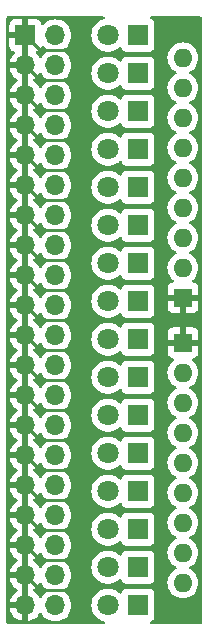
<source format=gbr>
%TF.GenerationSoftware,KiCad,Pcbnew,7.0.7*%
%TF.CreationDate,2023-09-16T00:15:51-05:00*%
%TF.ProjectId,pio-port-blinkenlights,70696f2d-706f-4727-942d-626c696e6b65,rev?*%
%TF.SameCoordinates,Original*%
%TF.FileFunction,Copper,L1,Top*%
%TF.FilePolarity,Positive*%
%FSLAX46Y46*%
G04 Gerber Fmt 4.6, Leading zero omitted, Abs format (unit mm)*
G04 Created by KiCad (PCBNEW 7.0.7) date 2023-09-16 00:15:51*
%MOMM*%
%LPD*%
G01*
G04 APERTURE LIST*
%TA.AperFunction,ComponentPad*%
%ADD10R,1.800000X1.800000*%
%TD*%
%TA.AperFunction,ComponentPad*%
%ADD11C,1.800000*%
%TD*%
%TA.AperFunction,ComponentPad*%
%ADD12R,1.600000X1.600000*%
%TD*%
%TA.AperFunction,ComponentPad*%
%ADD13O,1.600000X1.600000*%
%TD*%
%TA.AperFunction,ComponentPad*%
%ADD14R,1.700000X1.700000*%
%TD*%
%TA.AperFunction,ComponentPad*%
%ADD15O,1.700000X1.700000*%
%TD*%
%TA.AperFunction,Conductor*%
%ADD16C,0.250000*%
%TD*%
G04 APERTURE END LIST*
D10*
%TO.P,A3,1,K*%
%TO.N,Net-(A3-K)*%
X106050000Y-71881999D03*
D11*
%TO.P,A3,2,A*%
%TO.N,Net-(A3-A)*%
X103510000Y-71881999D03*
%TD*%
D10*
%TO.P,B6,1,K*%
%TO.N,Net-(B6-K)*%
X106045000Y-107272662D03*
D11*
%TO.P,B6,2,A*%
%TO.N,Net-(B6-A)*%
X103505000Y-107272662D03*
%TD*%
D10*
%TO.P,A4,1,K*%
%TO.N,Net-(A4-K)*%
X106045000Y-75099332D03*
D11*
%TO.P,A4,2,A*%
%TO.N,Net-(A4-A)*%
X103505000Y-75099332D03*
%TD*%
D10*
%TO.P,A6,1,K*%
%TO.N,Net-(A6-K)*%
X106045000Y-81533998D03*
D11*
%TO.P,A6,2,A*%
%TO.N,Net-(A6-A)*%
X103505000Y-81533998D03*
%TD*%
D10*
%TO.P,B3,1,K*%
%TO.N,Net-(B3-K)*%
X106045000Y-97620663D03*
D11*
%TO.P,B3,2,A*%
%TO.N,Net-(B3-A)*%
X103505000Y-97620663D03*
%TD*%
D10*
%TO.P,A5,1,K*%
%TO.N,Net-(A5-K)*%
X106050000Y-78316665D03*
D11*
%TO.P,A5,2,A*%
%TO.N,Net-(A5-A)*%
X103510000Y-78316665D03*
%TD*%
D10*
%TO.P,A1,1,K*%
%TO.N,Net-(A1-K)*%
X106045000Y-65447333D03*
D11*
%TO.P,A1,2,A*%
%TO.N,Net-(A1-A)*%
X103505000Y-65447333D03*
%TD*%
D10*
%TO.P,B7,1,K*%
%TO.N,Net-(B7-K)*%
X106045000Y-110490000D03*
D11*
%TO.P,B7,2,A*%
%TO.N,Net-(B7-A)*%
X103505000Y-110490000D03*
%TD*%
D12*
%TO.P,RN2,1,common*%
%TO.N,GND*%
X109855000Y-88265000D03*
D13*
%TO.P,RN2,2,R1*%
%TO.N,Net-(B0-K)*%
X109855000Y-90805000D03*
%TO.P,RN2,3,R2*%
%TO.N,Net-(B1-K)*%
X109855000Y-93345000D03*
%TO.P,RN2,4,R3*%
%TO.N,Net-(B2-K)*%
X109855000Y-95885000D03*
%TO.P,RN2,5,R4*%
%TO.N,Net-(B3-K)*%
X109855000Y-98425000D03*
%TO.P,RN2,6,R5*%
%TO.N,Net-(B4-K)*%
X109855000Y-100965000D03*
%TO.P,RN2,7,R6*%
%TO.N,Net-(B5-K)*%
X109855000Y-103505000D03*
%TO.P,RN2,8,R7*%
%TO.N,Net-(B6-K)*%
X109855000Y-106045000D03*
%TO.P,RN2,9,R8*%
%TO.N,Net-(B7-K)*%
X109855000Y-108585000D03*
%TD*%
D10*
%TO.P,B1,1,K*%
%TO.N,Net-(B1-K)*%
X106050000Y-91185997D03*
D11*
%TO.P,B1,2,A*%
%TO.N,Net-(B1-A)*%
X103510000Y-91185997D03*
%TD*%
D10*
%TO.P,B4,1,K*%
%TO.N,Net-(B4-K)*%
X106050000Y-100837996D03*
D11*
%TO.P,B4,2,A*%
%TO.N,Net-(B4-A)*%
X103510000Y-100837996D03*
%TD*%
D10*
%TO.P,A0,1,K*%
%TO.N,Net-(A0-K)*%
X106045000Y-62230000D03*
D11*
%TO.P,A0,2,A*%
%TO.N,Net-(A0-A)*%
X103505000Y-62230000D03*
%TD*%
D12*
%TO.P,RN1,1,common*%
%TO.N,GND*%
X109855000Y-84455000D03*
D13*
%TO.P,RN1,2,R1*%
%TO.N,Net-(A7-K)*%
X109855000Y-81915000D03*
%TO.P,RN1,3,R2*%
%TO.N,Net-(A6-K)*%
X109855000Y-79375000D03*
%TO.P,RN1,4,R3*%
%TO.N,Net-(A5-K)*%
X109855000Y-76835000D03*
%TO.P,RN1,5,R4*%
%TO.N,Net-(A4-K)*%
X109855000Y-74295000D03*
%TO.P,RN1,6,R5*%
%TO.N,Net-(A3-K)*%
X109855000Y-71755000D03*
%TO.P,RN1,7,R6*%
%TO.N,Net-(A2-K)*%
X109855000Y-69215000D03*
%TO.P,RN1,8,R7*%
%TO.N,Net-(A1-K)*%
X109855000Y-66675000D03*
%TO.P,RN1,9,R8*%
%TO.N,Net-(A0-K)*%
X109855000Y-64135000D03*
%TD*%
D10*
%TO.P,A7,1,K*%
%TO.N,Net-(A7-K)*%
X106045000Y-84751331D03*
D11*
%TO.P,A7,2,A*%
%TO.N,Net-(A7-A)*%
X103505000Y-84751331D03*
%TD*%
D10*
%TO.P,B5,1,K*%
%TO.N,Net-(B5-K)*%
X106045000Y-104055329D03*
D11*
%TO.P,B5,2,A*%
%TO.N,Net-(B5-A)*%
X103505000Y-104055329D03*
%TD*%
D10*
%TO.P,B0,1,K*%
%TO.N,Net-(B0-K)*%
X106045000Y-87968664D03*
D11*
%TO.P,B0,2,A*%
%TO.N,Net-(B0-A)*%
X103505000Y-87968664D03*
%TD*%
D10*
%TO.P,B2,1,K*%
%TO.N,Net-(B2-K)*%
X106045000Y-94403330D03*
D11*
%TO.P,B2,2,A*%
%TO.N,Net-(B2-A)*%
X103505000Y-94403330D03*
%TD*%
D10*
%TO.P,A2,1,K*%
%TO.N,Net-(A2-K)*%
X106045000Y-68664666D03*
D11*
%TO.P,A2,2,A*%
%TO.N,Net-(A2-A)*%
X103505000Y-68664666D03*
%TD*%
D14*
%TO.P,J5,1,Pin_1*%
%TO.N,GND*%
X96520000Y-62230000D03*
D15*
%TO.P,J5,2,Pin_2*%
%TO.N,unconnected-(J5-Pin_2-Pad2)*%
X99060000Y-62230000D03*
%TO.P,J5,3,Pin_3*%
%TO.N,GND*%
X96520000Y-64770000D03*
%TO.P,J5,4,Pin_4*%
%TO.N,unconnected-(J5-Pin_4-Pad4)*%
X99060000Y-64770000D03*
%TO.P,J5,5,Pin_5*%
%TO.N,GND*%
X96520000Y-67310000D03*
%TO.P,J5,6,Pin_6*%
%TO.N,Net-(A0-A)*%
X99060000Y-67310000D03*
%TO.P,J5,7,Pin_7*%
%TO.N,GND*%
X96520000Y-69850000D03*
%TO.P,J5,8,Pin_8*%
%TO.N,Net-(A1-A)*%
X99060000Y-69850000D03*
%TO.P,J5,9,Pin_9*%
%TO.N,GND*%
X96520000Y-72390000D03*
%TO.P,J5,10,Pin_10*%
%TO.N,Net-(A2-A)*%
X99060000Y-72390000D03*
%TO.P,J5,11,Pin_11*%
%TO.N,GND*%
X96520000Y-74930000D03*
%TO.P,J5,12,Pin_12*%
%TO.N,Net-(A3-A)*%
X99060000Y-74930000D03*
%TO.P,J5,13,Pin_13*%
%TO.N,GND*%
X96520000Y-77470000D03*
%TO.P,J5,14,Pin_14*%
%TO.N,Net-(A4-A)*%
X99060000Y-77470000D03*
%TO.P,J5,15,Pin_15*%
%TO.N,GND*%
X96520000Y-80010000D03*
%TO.P,J5,16,Pin_16*%
%TO.N,Net-(A5-A)*%
X99060000Y-80010000D03*
%TO.P,J5,17,Pin_17*%
%TO.N,GND*%
X96520000Y-82550000D03*
%TO.P,J5,18,Pin_18*%
%TO.N,Net-(A6-A)*%
X99060000Y-82550000D03*
%TO.P,J5,19,Pin_19*%
%TO.N,GND*%
X96520000Y-85090000D03*
%TO.P,J5,20,Pin_20*%
%TO.N,Net-(A7-A)*%
X99060000Y-85090000D03*
%TO.P,J5,21,Pin_21*%
%TO.N,GND*%
X96520000Y-87630000D03*
%TO.P,J5,22,Pin_22*%
%TO.N,unconnected-(J5-Pin_22-Pad22)*%
X99060000Y-87630000D03*
%TO.P,J5,23,Pin_23*%
%TO.N,GND*%
X96520000Y-90170000D03*
%TO.P,J5,24,Pin_24*%
%TO.N,unconnected-(J5-Pin_24-Pad24)*%
X99060000Y-90170000D03*
%TO.P,J5,25,Pin_25*%
%TO.N,GND*%
X96520000Y-92710000D03*
%TO.P,J5,26,Pin_26*%
%TO.N,Net-(B0-A)*%
X99060000Y-92710000D03*
%TO.P,J5,27,Pin_27*%
%TO.N,GND*%
X96520000Y-95250000D03*
%TO.P,J5,28,Pin_28*%
%TO.N,Net-(B1-A)*%
X99060000Y-95250000D03*
%TO.P,J5,29,Pin_29*%
%TO.N,GND*%
X96520000Y-97790000D03*
%TO.P,J5,30,Pin_30*%
%TO.N,Net-(B2-A)*%
X99060000Y-97790000D03*
%TO.P,J5,31,Pin_31*%
%TO.N,GND*%
X96520000Y-100330000D03*
%TO.P,J5,32,Pin_32*%
%TO.N,Net-(B3-A)*%
X99060000Y-100330000D03*
%TO.P,J5,33,Pin_33*%
%TO.N,GND*%
X96520000Y-102870000D03*
%TO.P,J5,34,Pin_34*%
%TO.N,Net-(B4-A)*%
X99060000Y-102870000D03*
%TO.P,J5,35,Pin_35*%
%TO.N,GND*%
X96520000Y-105410000D03*
%TO.P,J5,36,Pin_36*%
%TO.N,Net-(B5-A)*%
X99060000Y-105410000D03*
%TO.P,J5,37,Pin_37*%
%TO.N,GND*%
X96520000Y-107950000D03*
%TO.P,J5,38,Pin_38*%
%TO.N,Net-(B6-A)*%
X99060000Y-107950000D03*
%TO.P,J5,39,Pin_39*%
%TO.N,GND*%
X96520000Y-110490000D03*
%TO.P,J5,40,Pin_40*%
%TO.N,Net-(B7-A)*%
X99060000Y-110490000D03*
%TD*%
D16*
%TO.N,GND*%
X96520000Y-72390000D02*
X97790000Y-73660000D01*
X97790000Y-99060000D02*
X100330000Y-99060000D01*
X96520000Y-82550000D02*
X97790000Y-83820000D01*
X96520000Y-92710000D02*
X97790000Y-93980000D01*
X96520000Y-85090000D02*
X97790000Y-86360000D01*
X96520000Y-74930000D02*
X97790000Y-76200000D01*
X97790000Y-68580000D02*
X100330000Y-68580000D01*
X96520000Y-62230000D02*
X97790000Y-63500000D01*
X97790000Y-66040000D02*
X100330000Y-66040000D01*
X96520000Y-95250000D02*
X97790000Y-96520000D01*
X96520000Y-97790000D02*
X97790000Y-99060000D01*
X97790000Y-83820000D02*
X100330000Y-83820000D01*
X97790000Y-63500000D02*
X100330000Y-63500000D01*
X96520000Y-107950000D02*
X97790000Y-109220000D01*
X96520000Y-105410000D02*
X97790000Y-106680000D01*
X96520000Y-64770000D02*
X97790000Y-66040000D01*
X96520000Y-69850000D02*
X97790000Y-71120000D01*
X96520000Y-77470000D02*
X97790000Y-78740000D01*
X97790000Y-106680000D02*
X100330000Y-106680000D01*
X97790000Y-91440000D02*
X100330000Y-91440000D01*
X96520000Y-80010000D02*
X97790000Y-81280000D01*
X97790000Y-71120000D02*
X100330000Y-71120000D01*
X97790000Y-81280000D02*
X100330000Y-81280000D01*
X96520000Y-90170000D02*
X97790000Y-91440000D01*
X96520000Y-87630000D02*
X97790000Y-88900000D01*
X97790000Y-93980000D02*
X100330000Y-93980000D01*
X96520000Y-102870000D02*
X97790000Y-104140000D01*
X97790000Y-86360000D02*
X100330000Y-86360000D01*
X97790000Y-78740000D02*
X100330000Y-78740000D01*
X97790000Y-101600000D02*
X100330000Y-101600000D01*
X97790000Y-104140000D02*
X100330000Y-104140000D01*
X97790000Y-109220000D02*
X100330000Y-109220000D01*
X97790000Y-96520000D02*
X100330000Y-96520000D01*
X96520000Y-100330000D02*
X97790000Y-101600000D01*
X97790000Y-73660000D02*
X100330000Y-73660000D01*
X96520000Y-67310000D02*
X97790000Y-68580000D01*
X97790000Y-76200000D02*
X100330000Y-76200000D01*
X97790000Y-88900000D02*
X100330000Y-88900000D01*
%TD*%
%TA.AperFunction,Conductor*%
%TO.N,GND*%
G36*
X96697512Y-108449507D02*
G01*
X96750315Y-108495262D01*
X96770000Y-108562301D01*
X96770000Y-109877698D01*
X96750315Y-109944737D01*
X96697511Y-109990492D01*
X96628355Y-110000436D01*
X96555766Y-109990000D01*
X96555763Y-109990000D01*
X96484237Y-109990000D01*
X96484233Y-109990000D01*
X96411645Y-110000436D01*
X96342487Y-109990492D01*
X96289684Y-109944736D01*
X96270000Y-109877698D01*
X96270000Y-108562301D01*
X96289685Y-108495262D01*
X96342489Y-108449507D01*
X96411647Y-108439563D01*
X96484237Y-108450000D01*
X96484238Y-108450000D01*
X96555762Y-108450000D01*
X96555763Y-108450000D01*
X96628353Y-108439563D01*
X96697512Y-108449507D01*
G37*
%TD.AperFunction*%
%TA.AperFunction,Conductor*%
G36*
X97874549Y-108616110D02*
G01*
X97891269Y-108635405D01*
X98021505Y-108821401D01*
X98021506Y-108821402D01*
X98188597Y-108988493D01*
X98188603Y-108988498D01*
X98374158Y-109118425D01*
X98417783Y-109173002D01*
X98424977Y-109242500D01*
X98393454Y-109304855D01*
X98374158Y-109321575D01*
X98188597Y-109451505D01*
X98021508Y-109618594D01*
X97891269Y-109804595D01*
X97836692Y-109848219D01*
X97767193Y-109855412D01*
X97704839Y-109823890D01*
X97688119Y-109804594D01*
X97558113Y-109618926D01*
X97558108Y-109618920D01*
X97391082Y-109451894D01*
X97204968Y-109321575D01*
X97161344Y-109266998D01*
X97154151Y-109197499D01*
X97185673Y-109135145D01*
X97204968Y-109118425D01*
X97391082Y-108988105D01*
X97558105Y-108821082D01*
X97688119Y-108635405D01*
X97742696Y-108591781D01*
X97812195Y-108584588D01*
X97874549Y-108616110D01*
G37*
%TD.AperFunction*%
%TA.AperFunction,Conductor*%
G36*
X96697512Y-105909507D02*
G01*
X96750315Y-105955262D01*
X96770000Y-106022301D01*
X96770000Y-107337698D01*
X96750315Y-107404737D01*
X96697511Y-107450492D01*
X96628355Y-107460436D01*
X96555766Y-107450000D01*
X96555763Y-107450000D01*
X96484237Y-107450000D01*
X96484233Y-107450000D01*
X96411645Y-107460436D01*
X96342487Y-107450492D01*
X96289684Y-107404736D01*
X96270000Y-107337698D01*
X96270000Y-106022301D01*
X96289685Y-105955262D01*
X96342489Y-105909507D01*
X96411647Y-105899563D01*
X96484237Y-105910000D01*
X96484238Y-105910000D01*
X96555762Y-105910000D01*
X96555763Y-105910000D01*
X96628353Y-105899563D01*
X96697512Y-105909507D01*
G37*
%TD.AperFunction*%
%TA.AperFunction,Conductor*%
G36*
X97874549Y-106076110D02*
G01*
X97891269Y-106095405D01*
X98021505Y-106281401D01*
X98021506Y-106281402D01*
X98188597Y-106448493D01*
X98188603Y-106448498D01*
X98374158Y-106578425D01*
X98417783Y-106633002D01*
X98424977Y-106702500D01*
X98393454Y-106764855D01*
X98374158Y-106781575D01*
X98188597Y-106911505D01*
X98021508Y-107078594D01*
X97891269Y-107264595D01*
X97836692Y-107308219D01*
X97767193Y-107315412D01*
X97704839Y-107283890D01*
X97688119Y-107264594D01*
X97558113Y-107078926D01*
X97558108Y-107078920D01*
X97391082Y-106911894D01*
X97204968Y-106781575D01*
X97161344Y-106726998D01*
X97154151Y-106657499D01*
X97185673Y-106595145D01*
X97204968Y-106578425D01*
X97391082Y-106448105D01*
X97558105Y-106281082D01*
X97688119Y-106095405D01*
X97742696Y-106051781D01*
X97812195Y-106044588D01*
X97874549Y-106076110D01*
G37*
%TD.AperFunction*%
%TA.AperFunction,Conductor*%
G36*
X96697512Y-103369507D02*
G01*
X96750315Y-103415262D01*
X96770000Y-103482301D01*
X96770000Y-104797698D01*
X96750315Y-104864737D01*
X96697511Y-104910492D01*
X96628355Y-104920436D01*
X96555766Y-104910000D01*
X96555763Y-104910000D01*
X96484237Y-104910000D01*
X96484233Y-104910000D01*
X96411645Y-104920436D01*
X96342487Y-104910492D01*
X96289684Y-104864736D01*
X96270000Y-104797698D01*
X96270000Y-103482301D01*
X96289685Y-103415262D01*
X96342489Y-103369507D01*
X96411647Y-103359563D01*
X96484237Y-103370000D01*
X96484238Y-103370000D01*
X96555762Y-103370000D01*
X96555763Y-103370000D01*
X96628353Y-103359563D01*
X96697512Y-103369507D01*
G37*
%TD.AperFunction*%
%TA.AperFunction,Conductor*%
G36*
X97874549Y-103536110D02*
G01*
X97891269Y-103555405D01*
X98021505Y-103741401D01*
X98021506Y-103741402D01*
X98188597Y-103908493D01*
X98188603Y-103908498D01*
X98374158Y-104038425D01*
X98417783Y-104093002D01*
X98424977Y-104162500D01*
X98393454Y-104224855D01*
X98374158Y-104241575D01*
X98188597Y-104371505D01*
X98021508Y-104538594D01*
X97891269Y-104724595D01*
X97836692Y-104768219D01*
X97767193Y-104775412D01*
X97704839Y-104743890D01*
X97688119Y-104724594D01*
X97558113Y-104538926D01*
X97558108Y-104538920D01*
X97391082Y-104371894D01*
X97204968Y-104241575D01*
X97161344Y-104186998D01*
X97154151Y-104117499D01*
X97185673Y-104055145D01*
X97204968Y-104038425D01*
X97391082Y-103908105D01*
X97558105Y-103741082D01*
X97688119Y-103555405D01*
X97742696Y-103511781D01*
X97812195Y-103504588D01*
X97874549Y-103536110D01*
G37*
%TD.AperFunction*%
%TA.AperFunction,Conductor*%
G36*
X96697512Y-100829507D02*
G01*
X96750315Y-100875262D01*
X96770000Y-100942301D01*
X96770000Y-102257698D01*
X96750315Y-102324737D01*
X96697511Y-102370492D01*
X96628355Y-102380436D01*
X96555766Y-102370000D01*
X96555763Y-102370000D01*
X96484237Y-102370000D01*
X96484233Y-102370000D01*
X96411645Y-102380436D01*
X96342487Y-102370492D01*
X96289684Y-102324736D01*
X96270000Y-102257698D01*
X96270000Y-100942301D01*
X96289685Y-100875262D01*
X96342489Y-100829507D01*
X96411647Y-100819563D01*
X96484237Y-100830000D01*
X96484238Y-100830000D01*
X96555762Y-100830000D01*
X96555763Y-100830000D01*
X96628353Y-100819563D01*
X96697512Y-100829507D01*
G37*
%TD.AperFunction*%
%TA.AperFunction,Conductor*%
G36*
X97874549Y-100996110D02*
G01*
X97891269Y-101015405D01*
X98021505Y-101201401D01*
X98021506Y-101201402D01*
X98188597Y-101368493D01*
X98188603Y-101368498D01*
X98374158Y-101498425D01*
X98417783Y-101553002D01*
X98424977Y-101622500D01*
X98393454Y-101684855D01*
X98374158Y-101701575D01*
X98188597Y-101831505D01*
X98021508Y-101998594D01*
X97891269Y-102184595D01*
X97836692Y-102228219D01*
X97767193Y-102235412D01*
X97704839Y-102203890D01*
X97688119Y-102184594D01*
X97558113Y-101998926D01*
X97558108Y-101998920D01*
X97391082Y-101831894D01*
X97204968Y-101701575D01*
X97161344Y-101646998D01*
X97154151Y-101577499D01*
X97185673Y-101515145D01*
X97204968Y-101498425D01*
X97391082Y-101368105D01*
X97558105Y-101201082D01*
X97688119Y-101015405D01*
X97742696Y-100971781D01*
X97812195Y-100964588D01*
X97874549Y-100996110D01*
G37*
%TD.AperFunction*%
%TA.AperFunction,Conductor*%
G36*
X96697512Y-98289507D02*
G01*
X96750315Y-98335262D01*
X96770000Y-98402301D01*
X96770000Y-99717698D01*
X96750315Y-99784737D01*
X96697511Y-99830492D01*
X96628355Y-99840436D01*
X96555766Y-99830000D01*
X96555763Y-99830000D01*
X96484237Y-99830000D01*
X96484233Y-99830000D01*
X96411645Y-99840436D01*
X96342487Y-99830492D01*
X96289684Y-99784736D01*
X96270000Y-99717698D01*
X96270000Y-98402301D01*
X96289685Y-98335262D01*
X96342489Y-98289507D01*
X96411647Y-98279563D01*
X96484237Y-98290000D01*
X96484238Y-98290000D01*
X96555762Y-98290000D01*
X96555763Y-98290000D01*
X96628353Y-98279563D01*
X96697512Y-98289507D01*
G37*
%TD.AperFunction*%
%TA.AperFunction,Conductor*%
G36*
X97874549Y-98456110D02*
G01*
X97891269Y-98475405D01*
X97904180Y-98493844D01*
X98021505Y-98661401D01*
X98021506Y-98661402D01*
X98188597Y-98828493D01*
X98188603Y-98828498D01*
X98374158Y-98958425D01*
X98417783Y-99013002D01*
X98424977Y-99082500D01*
X98393454Y-99144855D01*
X98374158Y-99161575D01*
X98188597Y-99291505D01*
X98021508Y-99458594D01*
X97891269Y-99644595D01*
X97836692Y-99688219D01*
X97767193Y-99695412D01*
X97704839Y-99663890D01*
X97688119Y-99644594D01*
X97558113Y-99458926D01*
X97558108Y-99458920D01*
X97391082Y-99291894D01*
X97204968Y-99161575D01*
X97161344Y-99106998D01*
X97154151Y-99037499D01*
X97185673Y-98975145D01*
X97204968Y-98958425D01*
X97391082Y-98828105D01*
X97558105Y-98661082D01*
X97688119Y-98475405D01*
X97742696Y-98431781D01*
X97812195Y-98424588D01*
X97874549Y-98456110D01*
G37*
%TD.AperFunction*%
%TA.AperFunction,Conductor*%
G36*
X96697512Y-95749507D02*
G01*
X96750315Y-95795262D01*
X96770000Y-95862301D01*
X96770000Y-97177698D01*
X96750315Y-97244737D01*
X96697511Y-97290492D01*
X96628355Y-97300436D01*
X96555766Y-97290000D01*
X96555763Y-97290000D01*
X96484237Y-97290000D01*
X96484233Y-97290000D01*
X96411645Y-97300436D01*
X96342487Y-97290492D01*
X96289684Y-97244736D01*
X96270000Y-97177698D01*
X96270000Y-95862301D01*
X96289685Y-95795262D01*
X96342489Y-95749507D01*
X96411647Y-95739563D01*
X96484237Y-95750000D01*
X96484238Y-95750000D01*
X96555762Y-95750000D01*
X96555763Y-95750000D01*
X96628353Y-95739563D01*
X96697512Y-95749507D01*
G37*
%TD.AperFunction*%
%TA.AperFunction,Conductor*%
G36*
X97874549Y-95916110D02*
G01*
X97891269Y-95935405D01*
X98021505Y-96121401D01*
X98021506Y-96121402D01*
X98188597Y-96288493D01*
X98188603Y-96288498D01*
X98374158Y-96418425D01*
X98417783Y-96473002D01*
X98424977Y-96542500D01*
X98393454Y-96604855D01*
X98374158Y-96621575D01*
X98188597Y-96751505D01*
X98021508Y-96918594D01*
X97891269Y-97104595D01*
X97836692Y-97148219D01*
X97767193Y-97155412D01*
X97704839Y-97123890D01*
X97688119Y-97104594D01*
X97558113Y-96918926D01*
X97558108Y-96918920D01*
X97391082Y-96751894D01*
X97204968Y-96621575D01*
X97161344Y-96566998D01*
X97154151Y-96497499D01*
X97185673Y-96435145D01*
X97204968Y-96418425D01*
X97391082Y-96288105D01*
X97558105Y-96121082D01*
X97688119Y-95935405D01*
X97742696Y-95891781D01*
X97812195Y-95884588D01*
X97874549Y-95916110D01*
G37*
%TD.AperFunction*%
%TA.AperFunction,Conductor*%
G36*
X96697512Y-93209507D02*
G01*
X96750315Y-93255262D01*
X96770000Y-93322301D01*
X96770000Y-94637698D01*
X96750315Y-94704737D01*
X96697511Y-94750492D01*
X96628355Y-94760436D01*
X96555766Y-94750000D01*
X96555763Y-94750000D01*
X96484237Y-94750000D01*
X96484233Y-94750000D01*
X96411645Y-94760436D01*
X96342487Y-94750492D01*
X96289684Y-94704736D01*
X96270000Y-94637698D01*
X96270000Y-93322301D01*
X96289685Y-93255262D01*
X96342489Y-93209507D01*
X96411647Y-93199563D01*
X96484237Y-93210000D01*
X96484238Y-93210000D01*
X96555762Y-93210000D01*
X96555763Y-93210000D01*
X96628353Y-93199563D01*
X96697512Y-93209507D01*
G37*
%TD.AperFunction*%
%TA.AperFunction,Conductor*%
G36*
X97874549Y-93376110D02*
G01*
X97891269Y-93395405D01*
X97896822Y-93403336D01*
X98021505Y-93581401D01*
X98021506Y-93581402D01*
X98188597Y-93748493D01*
X98188603Y-93748498D01*
X98374158Y-93878425D01*
X98417783Y-93933002D01*
X98424977Y-94002500D01*
X98393454Y-94064855D01*
X98374158Y-94081575D01*
X98188597Y-94211505D01*
X98021508Y-94378594D01*
X97891269Y-94564595D01*
X97836692Y-94608219D01*
X97767193Y-94615412D01*
X97704839Y-94583890D01*
X97688119Y-94564594D01*
X97558113Y-94378926D01*
X97558108Y-94378920D01*
X97391082Y-94211894D01*
X97204968Y-94081575D01*
X97161344Y-94026998D01*
X97154151Y-93957499D01*
X97185673Y-93895145D01*
X97204968Y-93878425D01*
X97391082Y-93748105D01*
X97558105Y-93581082D01*
X97688119Y-93395405D01*
X97742696Y-93351781D01*
X97812195Y-93344588D01*
X97874549Y-93376110D01*
G37*
%TD.AperFunction*%
%TA.AperFunction,Conductor*%
G36*
X96697512Y-90669507D02*
G01*
X96750315Y-90715262D01*
X96770000Y-90782301D01*
X96770000Y-92097698D01*
X96750315Y-92164737D01*
X96697511Y-92210492D01*
X96628355Y-92220436D01*
X96555766Y-92210000D01*
X96555763Y-92210000D01*
X96484237Y-92210000D01*
X96484233Y-92210000D01*
X96411645Y-92220436D01*
X96342487Y-92210492D01*
X96289684Y-92164736D01*
X96270000Y-92097698D01*
X96270000Y-90782301D01*
X96289685Y-90715262D01*
X96342489Y-90669507D01*
X96411647Y-90659563D01*
X96484237Y-90670000D01*
X96484238Y-90670000D01*
X96555762Y-90670000D01*
X96555763Y-90670000D01*
X96628353Y-90659563D01*
X96697512Y-90669507D01*
G37*
%TD.AperFunction*%
%TA.AperFunction,Conductor*%
G36*
X97874549Y-90836110D02*
G01*
X97891269Y-90855405D01*
X98021505Y-91041401D01*
X98021506Y-91041402D01*
X98188597Y-91208493D01*
X98188603Y-91208498D01*
X98374158Y-91338425D01*
X98417783Y-91393002D01*
X98424977Y-91462500D01*
X98393454Y-91524855D01*
X98374158Y-91541575D01*
X98188597Y-91671505D01*
X98021508Y-91838594D01*
X97891269Y-92024595D01*
X97836692Y-92068219D01*
X97767193Y-92075412D01*
X97704839Y-92043890D01*
X97688119Y-92024594D01*
X97558113Y-91838926D01*
X97558108Y-91838920D01*
X97391082Y-91671894D01*
X97204968Y-91541575D01*
X97161344Y-91486998D01*
X97154151Y-91417499D01*
X97185673Y-91355145D01*
X97204968Y-91338425D01*
X97391082Y-91208105D01*
X97558105Y-91041082D01*
X97688119Y-90855405D01*
X97742696Y-90811781D01*
X97812195Y-90804588D01*
X97874549Y-90836110D01*
G37*
%TD.AperFunction*%
%TA.AperFunction,Conductor*%
G36*
X96697512Y-88129507D02*
G01*
X96750315Y-88175262D01*
X96770000Y-88242301D01*
X96770000Y-89557698D01*
X96750315Y-89624737D01*
X96697511Y-89670492D01*
X96628355Y-89680436D01*
X96555766Y-89670000D01*
X96555763Y-89670000D01*
X96484237Y-89670000D01*
X96484233Y-89670000D01*
X96411645Y-89680436D01*
X96342487Y-89670492D01*
X96289684Y-89624736D01*
X96270000Y-89557698D01*
X96270000Y-88242301D01*
X96289685Y-88175262D01*
X96342489Y-88129507D01*
X96411647Y-88119563D01*
X96484237Y-88130000D01*
X96484238Y-88130000D01*
X96555762Y-88130000D01*
X96555763Y-88130000D01*
X96628353Y-88119563D01*
X96697512Y-88129507D01*
G37*
%TD.AperFunction*%
%TA.AperFunction,Conductor*%
G36*
X97874549Y-88296110D02*
G01*
X97891269Y-88315405D01*
X98021505Y-88501401D01*
X98021506Y-88501402D01*
X98188597Y-88668493D01*
X98188603Y-88668498D01*
X98374158Y-88798425D01*
X98417783Y-88853002D01*
X98424977Y-88922500D01*
X98393454Y-88984855D01*
X98374158Y-89001575D01*
X98188597Y-89131505D01*
X98021508Y-89298594D01*
X97891269Y-89484595D01*
X97836692Y-89528219D01*
X97767193Y-89535412D01*
X97704839Y-89503890D01*
X97688119Y-89484594D01*
X97558113Y-89298926D01*
X97558108Y-89298920D01*
X97391082Y-89131894D01*
X97204968Y-89001575D01*
X97161344Y-88946998D01*
X97154151Y-88877499D01*
X97185673Y-88815145D01*
X97204968Y-88798425D01*
X97391082Y-88668105D01*
X97558105Y-88501082D01*
X97688119Y-88315405D01*
X97742696Y-88271781D01*
X97812195Y-88264588D01*
X97874549Y-88296110D01*
G37*
%TD.AperFunction*%
%TA.AperFunction,Conductor*%
G36*
X96697512Y-85589507D02*
G01*
X96750315Y-85635262D01*
X96770000Y-85702301D01*
X96770000Y-87017698D01*
X96750315Y-87084737D01*
X96697511Y-87130492D01*
X96628355Y-87140436D01*
X96555766Y-87130000D01*
X96555763Y-87130000D01*
X96484237Y-87130000D01*
X96484233Y-87130000D01*
X96411645Y-87140436D01*
X96342487Y-87130492D01*
X96289684Y-87084736D01*
X96270000Y-87017698D01*
X96270000Y-85702301D01*
X96289685Y-85635262D01*
X96342489Y-85589507D01*
X96411647Y-85579563D01*
X96484237Y-85590000D01*
X96484238Y-85590000D01*
X96555762Y-85590000D01*
X96555763Y-85590000D01*
X96628353Y-85579563D01*
X96697512Y-85589507D01*
G37*
%TD.AperFunction*%
%TA.AperFunction,Conductor*%
G36*
X97874549Y-85756110D02*
G01*
X97891269Y-85775405D01*
X98021505Y-85961401D01*
X98021506Y-85961402D01*
X98188597Y-86128493D01*
X98188603Y-86128498D01*
X98374158Y-86258425D01*
X98417783Y-86313002D01*
X98424977Y-86382500D01*
X98393454Y-86444855D01*
X98374158Y-86461575D01*
X98188597Y-86591505D01*
X98021508Y-86758594D01*
X97891269Y-86944595D01*
X97836692Y-86988219D01*
X97767193Y-86995412D01*
X97704839Y-86963890D01*
X97688119Y-86944594D01*
X97558113Y-86758926D01*
X97558108Y-86758920D01*
X97391082Y-86591894D01*
X97204968Y-86461575D01*
X97161344Y-86406998D01*
X97154151Y-86337499D01*
X97185673Y-86275145D01*
X97204968Y-86258425D01*
X97391082Y-86128105D01*
X97558105Y-85961082D01*
X97688119Y-85775405D01*
X97742696Y-85731781D01*
X97812195Y-85724588D01*
X97874549Y-85756110D01*
G37*
%TD.AperFunction*%
%TA.AperFunction,Conductor*%
G36*
X96697512Y-83049507D02*
G01*
X96750315Y-83095262D01*
X96770000Y-83162301D01*
X96770000Y-84477698D01*
X96750315Y-84544737D01*
X96697511Y-84590492D01*
X96628355Y-84600436D01*
X96555766Y-84590000D01*
X96555763Y-84590000D01*
X96484237Y-84590000D01*
X96484233Y-84590000D01*
X96411645Y-84600436D01*
X96342487Y-84590492D01*
X96289684Y-84544736D01*
X96270000Y-84477698D01*
X96270000Y-83162301D01*
X96289685Y-83095262D01*
X96342489Y-83049507D01*
X96411647Y-83039563D01*
X96484237Y-83050000D01*
X96484238Y-83050000D01*
X96555762Y-83050000D01*
X96555763Y-83050000D01*
X96628353Y-83039563D01*
X96697512Y-83049507D01*
G37*
%TD.AperFunction*%
%TA.AperFunction,Conductor*%
G36*
X97874549Y-83216110D02*
G01*
X97891269Y-83235405D01*
X98021505Y-83421401D01*
X98021506Y-83421402D01*
X98188597Y-83588493D01*
X98188603Y-83588498D01*
X98374158Y-83718425D01*
X98417783Y-83773002D01*
X98424977Y-83842500D01*
X98393454Y-83904855D01*
X98374158Y-83921575D01*
X98188597Y-84051505D01*
X98021508Y-84218594D01*
X97891269Y-84404595D01*
X97836692Y-84448219D01*
X97767193Y-84455412D01*
X97704839Y-84423890D01*
X97688119Y-84404594D01*
X97558113Y-84218926D01*
X97558108Y-84218920D01*
X97391082Y-84051894D01*
X97204968Y-83921575D01*
X97161344Y-83866998D01*
X97154151Y-83797499D01*
X97185673Y-83735145D01*
X97204968Y-83718425D01*
X97391082Y-83588105D01*
X97558105Y-83421082D01*
X97688119Y-83235405D01*
X97742696Y-83191781D01*
X97812195Y-83184588D01*
X97874549Y-83216110D01*
G37*
%TD.AperFunction*%
%TA.AperFunction,Conductor*%
G36*
X96697512Y-80509507D02*
G01*
X96750315Y-80555262D01*
X96770000Y-80622301D01*
X96770000Y-81937698D01*
X96750315Y-82004737D01*
X96697511Y-82050492D01*
X96628355Y-82060436D01*
X96555766Y-82050000D01*
X96555763Y-82050000D01*
X96484237Y-82050000D01*
X96484233Y-82050000D01*
X96411645Y-82060436D01*
X96342487Y-82050492D01*
X96289684Y-82004736D01*
X96270000Y-81937698D01*
X96270000Y-80622301D01*
X96289685Y-80555262D01*
X96342489Y-80509507D01*
X96411647Y-80499563D01*
X96484237Y-80510000D01*
X96484238Y-80510000D01*
X96555762Y-80510000D01*
X96555763Y-80510000D01*
X96628353Y-80499563D01*
X96697512Y-80509507D01*
G37*
%TD.AperFunction*%
%TA.AperFunction,Conductor*%
G36*
X97874549Y-80676110D02*
G01*
X97891269Y-80695405D01*
X98021505Y-80881401D01*
X98021506Y-80881402D01*
X98188597Y-81048493D01*
X98188603Y-81048498D01*
X98374158Y-81178425D01*
X98417783Y-81233002D01*
X98424977Y-81302500D01*
X98393454Y-81364855D01*
X98374158Y-81381575D01*
X98188597Y-81511505D01*
X98021508Y-81678594D01*
X97891269Y-81864595D01*
X97836692Y-81908219D01*
X97767193Y-81915412D01*
X97704839Y-81883890D01*
X97688119Y-81864594D01*
X97558113Y-81678926D01*
X97558108Y-81678920D01*
X97391082Y-81511894D01*
X97204968Y-81381575D01*
X97161344Y-81326998D01*
X97154151Y-81257499D01*
X97185673Y-81195145D01*
X97204968Y-81178425D01*
X97391082Y-81048105D01*
X97558105Y-80881082D01*
X97688119Y-80695405D01*
X97742696Y-80651781D01*
X97812195Y-80644588D01*
X97874549Y-80676110D01*
G37*
%TD.AperFunction*%
%TA.AperFunction,Conductor*%
G36*
X96697512Y-77969507D02*
G01*
X96750315Y-78015262D01*
X96770000Y-78082301D01*
X96770000Y-79397698D01*
X96750315Y-79464737D01*
X96697511Y-79510492D01*
X96628355Y-79520436D01*
X96555766Y-79510000D01*
X96555763Y-79510000D01*
X96484237Y-79510000D01*
X96484233Y-79510000D01*
X96411645Y-79520436D01*
X96342487Y-79510492D01*
X96289684Y-79464736D01*
X96270000Y-79397698D01*
X96270000Y-78082301D01*
X96289685Y-78015262D01*
X96342489Y-77969507D01*
X96411647Y-77959563D01*
X96484237Y-77970000D01*
X96484238Y-77970000D01*
X96555762Y-77970000D01*
X96555763Y-77970000D01*
X96628353Y-77959563D01*
X96697512Y-77969507D01*
G37*
%TD.AperFunction*%
%TA.AperFunction,Conductor*%
G36*
X97874549Y-78136110D02*
G01*
X97891269Y-78155405D01*
X98021505Y-78341401D01*
X98021506Y-78341402D01*
X98188597Y-78508493D01*
X98188603Y-78508498D01*
X98374158Y-78638425D01*
X98417783Y-78693002D01*
X98424977Y-78762500D01*
X98393454Y-78824855D01*
X98374158Y-78841575D01*
X98188597Y-78971505D01*
X98021508Y-79138594D01*
X97891269Y-79324595D01*
X97836692Y-79368219D01*
X97767193Y-79375412D01*
X97704839Y-79343890D01*
X97688119Y-79324594D01*
X97558113Y-79138926D01*
X97558108Y-79138920D01*
X97391082Y-78971894D01*
X97204968Y-78841575D01*
X97161344Y-78786998D01*
X97154151Y-78717499D01*
X97185673Y-78655145D01*
X97204968Y-78638425D01*
X97391082Y-78508105D01*
X97558105Y-78341082D01*
X97688119Y-78155405D01*
X97742696Y-78111781D01*
X97812195Y-78104588D01*
X97874549Y-78136110D01*
G37*
%TD.AperFunction*%
%TA.AperFunction,Conductor*%
G36*
X96697512Y-75429507D02*
G01*
X96750315Y-75475262D01*
X96770000Y-75542301D01*
X96770000Y-76857698D01*
X96750315Y-76924737D01*
X96697511Y-76970492D01*
X96628355Y-76980436D01*
X96555766Y-76970000D01*
X96555763Y-76970000D01*
X96484237Y-76970000D01*
X96484233Y-76970000D01*
X96411645Y-76980436D01*
X96342487Y-76970492D01*
X96289684Y-76924736D01*
X96270000Y-76857698D01*
X96270000Y-75542301D01*
X96289685Y-75475262D01*
X96342489Y-75429507D01*
X96411647Y-75419563D01*
X96484237Y-75430000D01*
X96484238Y-75430000D01*
X96555762Y-75430000D01*
X96555763Y-75430000D01*
X96628353Y-75419563D01*
X96697512Y-75429507D01*
G37*
%TD.AperFunction*%
%TA.AperFunction,Conductor*%
G36*
X97874549Y-75596110D02*
G01*
X97891269Y-75615405D01*
X98021505Y-75801401D01*
X98021506Y-75801402D01*
X98188597Y-75968493D01*
X98188603Y-75968498D01*
X98374158Y-76098425D01*
X98417783Y-76153002D01*
X98424977Y-76222500D01*
X98393454Y-76284855D01*
X98374158Y-76301575D01*
X98188597Y-76431505D01*
X98021508Y-76598594D01*
X97891269Y-76784595D01*
X97836692Y-76828219D01*
X97767193Y-76835412D01*
X97704839Y-76803890D01*
X97688119Y-76784594D01*
X97558113Y-76598926D01*
X97558108Y-76598920D01*
X97391082Y-76431894D01*
X97204968Y-76301575D01*
X97161344Y-76246998D01*
X97154151Y-76177499D01*
X97185673Y-76115145D01*
X97204968Y-76098425D01*
X97391082Y-75968105D01*
X97558105Y-75801082D01*
X97688119Y-75615405D01*
X97742696Y-75571781D01*
X97812195Y-75564588D01*
X97874549Y-75596110D01*
G37*
%TD.AperFunction*%
%TA.AperFunction,Conductor*%
G36*
X96697512Y-72889507D02*
G01*
X96750315Y-72935262D01*
X96770000Y-73002301D01*
X96770000Y-74317698D01*
X96750315Y-74384737D01*
X96697511Y-74430492D01*
X96628355Y-74440436D01*
X96555766Y-74430000D01*
X96555763Y-74430000D01*
X96484237Y-74430000D01*
X96484233Y-74430000D01*
X96411645Y-74440436D01*
X96342487Y-74430492D01*
X96289684Y-74384736D01*
X96270000Y-74317698D01*
X96270000Y-73002301D01*
X96289685Y-72935262D01*
X96342489Y-72889507D01*
X96411647Y-72879563D01*
X96484237Y-72890000D01*
X96484238Y-72890000D01*
X96555762Y-72890000D01*
X96555763Y-72890000D01*
X96628353Y-72879563D01*
X96697512Y-72889507D01*
G37*
%TD.AperFunction*%
%TA.AperFunction,Conductor*%
G36*
X97874549Y-73056110D02*
G01*
X97891269Y-73075405D01*
X98021505Y-73261401D01*
X98021506Y-73261402D01*
X98188597Y-73428493D01*
X98188603Y-73428498D01*
X98374158Y-73558425D01*
X98417783Y-73613002D01*
X98424977Y-73682500D01*
X98393454Y-73744855D01*
X98374158Y-73761575D01*
X98188597Y-73891505D01*
X98021508Y-74058594D01*
X97891269Y-74244595D01*
X97836692Y-74288219D01*
X97767193Y-74295412D01*
X97704839Y-74263890D01*
X97688119Y-74244594D01*
X97558113Y-74058926D01*
X97558108Y-74058920D01*
X97391082Y-73891894D01*
X97204968Y-73761575D01*
X97161344Y-73706998D01*
X97154151Y-73637499D01*
X97185673Y-73575145D01*
X97204968Y-73558425D01*
X97391082Y-73428105D01*
X97558105Y-73261082D01*
X97688119Y-73075405D01*
X97742696Y-73031781D01*
X97812195Y-73024588D01*
X97874549Y-73056110D01*
G37*
%TD.AperFunction*%
%TA.AperFunction,Conductor*%
G36*
X96697512Y-70349507D02*
G01*
X96750315Y-70395262D01*
X96770000Y-70462301D01*
X96770000Y-71777698D01*
X96750315Y-71844737D01*
X96697511Y-71890492D01*
X96628355Y-71900436D01*
X96555766Y-71890000D01*
X96555763Y-71890000D01*
X96484237Y-71890000D01*
X96484233Y-71890000D01*
X96411645Y-71900436D01*
X96342487Y-71890492D01*
X96289684Y-71844736D01*
X96270000Y-71777698D01*
X96270000Y-70462301D01*
X96289685Y-70395262D01*
X96342489Y-70349507D01*
X96411647Y-70339563D01*
X96484237Y-70350000D01*
X96484238Y-70350000D01*
X96555762Y-70350000D01*
X96555763Y-70350000D01*
X96628353Y-70339563D01*
X96697512Y-70349507D01*
G37*
%TD.AperFunction*%
%TA.AperFunction,Conductor*%
G36*
X97874549Y-70516110D02*
G01*
X97891269Y-70535405D01*
X98021505Y-70721401D01*
X98021506Y-70721402D01*
X98188597Y-70888493D01*
X98188603Y-70888498D01*
X98374158Y-71018425D01*
X98417783Y-71073002D01*
X98424977Y-71142500D01*
X98393454Y-71204855D01*
X98374158Y-71221575D01*
X98188597Y-71351505D01*
X98021508Y-71518594D01*
X97891269Y-71704595D01*
X97836692Y-71748219D01*
X97767193Y-71755412D01*
X97704839Y-71723890D01*
X97688119Y-71704594D01*
X97558113Y-71518926D01*
X97558108Y-71518920D01*
X97391082Y-71351894D01*
X97204968Y-71221575D01*
X97161344Y-71166998D01*
X97154151Y-71097499D01*
X97185673Y-71035145D01*
X97204968Y-71018425D01*
X97391082Y-70888105D01*
X97558105Y-70721082D01*
X97688119Y-70535405D01*
X97742696Y-70491781D01*
X97812195Y-70484588D01*
X97874549Y-70516110D01*
G37*
%TD.AperFunction*%
%TA.AperFunction,Conductor*%
G36*
X96697512Y-67809507D02*
G01*
X96750315Y-67855262D01*
X96770000Y-67922301D01*
X96770000Y-69237698D01*
X96750315Y-69304737D01*
X96697511Y-69350492D01*
X96628355Y-69360436D01*
X96555766Y-69350000D01*
X96555763Y-69350000D01*
X96484237Y-69350000D01*
X96484233Y-69350000D01*
X96411645Y-69360436D01*
X96342487Y-69350492D01*
X96289684Y-69304736D01*
X96270000Y-69237698D01*
X96270000Y-67922301D01*
X96289685Y-67855262D01*
X96342489Y-67809507D01*
X96411647Y-67799563D01*
X96484237Y-67810000D01*
X96484238Y-67810000D01*
X96555762Y-67810000D01*
X96555763Y-67810000D01*
X96628353Y-67799563D01*
X96697512Y-67809507D01*
G37*
%TD.AperFunction*%
%TA.AperFunction,Conductor*%
G36*
X97874549Y-67976110D02*
G01*
X97891269Y-67995405D01*
X97902336Y-68011210D01*
X98021505Y-68181401D01*
X98021506Y-68181402D01*
X98188597Y-68348493D01*
X98188603Y-68348498D01*
X98374158Y-68478425D01*
X98417783Y-68533002D01*
X98424977Y-68602500D01*
X98393454Y-68664855D01*
X98374158Y-68681575D01*
X98188597Y-68811505D01*
X98021508Y-68978594D01*
X97891269Y-69164595D01*
X97836692Y-69208219D01*
X97767193Y-69215412D01*
X97704839Y-69183890D01*
X97688119Y-69164594D01*
X97558113Y-68978926D01*
X97558108Y-68978920D01*
X97391082Y-68811894D01*
X97204968Y-68681575D01*
X97161344Y-68626998D01*
X97154151Y-68557499D01*
X97185673Y-68495145D01*
X97204968Y-68478425D01*
X97391082Y-68348105D01*
X97558105Y-68181082D01*
X97688119Y-67995405D01*
X97742696Y-67951781D01*
X97812195Y-67944588D01*
X97874549Y-67976110D01*
G37*
%TD.AperFunction*%
%TA.AperFunction,Conductor*%
G36*
X96697512Y-65269507D02*
G01*
X96750315Y-65315262D01*
X96770000Y-65382301D01*
X96770000Y-66697698D01*
X96750315Y-66764737D01*
X96697511Y-66810492D01*
X96628355Y-66820436D01*
X96555766Y-66810000D01*
X96555763Y-66810000D01*
X96484237Y-66810000D01*
X96484233Y-66810000D01*
X96411645Y-66820436D01*
X96342487Y-66810492D01*
X96289684Y-66764736D01*
X96270000Y-66697698D01*
X96270000Y-65382301D01*
X96289685Y-65315262D01*
X96342489Y-65269507D01*
X96411647Y-65259563D01*
X96484237Y-65270000D01*
X96484238Y-65270000D01*
X96555762Y-65270000D01*
X96555763Y-65270000D01*
X96628353Y-65259563D01*
X96697512Y-65269507D01*
G37*
%TD.AperFunction*%
%TA.AperFunction,Conductor*%
G36*
X97874549Y-65436110D02*
G01*
X97891269Y-65455405D01*
X98021505Y-65641401D01*
X98021506Y-65641402D01*
X98188597Y-65808493D01*
X98188603Y-65808498D01*
X98374158Y-65938425D01*
X98417783Y-65993002D01*
X98424977Y-66062500D01*
X98393454Y-66124855D01*
X98374158Y-66141575D01*
X98188597Y-66271505D01*
X98021508Y-66438594D01*
X97891269Y-66624595D01*
X97836692Y-66668219D01*
X97767193Y-66675412D01*
X97704839Y-66643890D01*
X97688119Y-66624594D01*
X97558113Y-66438926D01*
X97558108Y-66438920D01*
X97391082Y-66271894D01*
X97204968Y-66141575D01*
X97161344Y-66086998D01*
X97154151Y-66017499D01*
X97185673Y-65955145D01*
X97204968Y-65938425D01*
X97391082Y-65808105D01*
X97558105Y-65641082D01*
X97688119Y-65455405D01*
X97742696Y-65411781D01*
X97812195Y-65404588D01*
X97874549Y-65436110D01*
G37*
%TD.AperFunction*%
%TA.AperFunction,Conductor*%
G36*
X96697512Y-62729507D02*
G01*
X96750315Y-62775262D01*
X96770000Y-62842301D01*
X96770000Y-64157698D01*
X96750315Y-64224737D01*
X96697511Y-64270492D01*
X96628355Y-64280436D01*
X96555766Y-64270000D01*
X96555763Y-64270000D01*
X96484237Y-64270000D01*
X96484233Y-64270000D01*
X96411645Y-64280436D01*
X96342487Y-64270492D01*
X96289684Y-64224736D01*
X96270000Y-64157698D01*
X96270000Y-62842301D01*
X96289685Y-62775262D01*
X96342489Y-62729507D01*
X96411647Y-62719563D01*
X96484237Y-62730000D01*
X96484238Y-62730000D01*
X96555762Y-62730000D01*
X96555763Y-62730000D01*
X96628353Y-62719563D01*
X96697512Y-62729507D01*
G37*
%TD.AperFunction*%
%TA.AperFunction,Conductor*%
G36*
X98038030Y-63125030D02*
G01*
X98066285Y-63146181D01*
X98188597Y-63268493D01*
X98188603Y-63268498D01*
X98374158Y-63398425D01*
X98417783Y-63453002D01*
X98424977Y-63522500D01*
X98393454Y-63584855D01*
X98374158Y-63601575D01*
X98188597Y-63731505D01*
X98021508Y-63898594D01*
X97891269Y-64084595D01*
X97836692Y-64128219D01*
X97767193Y-64135412D01*
X97704839Y-64103890D01*
X97688119Y-64084594D01*
X97558113Y-63898926D01*
X97558108Y-63898920D01*
X97435665Y-63776477D01*
X97402180Y-63715154D01*
X97407164Y-63645462D01*
X97449036Y-63589529D01*
X97480013Y-63572614D01*
X97612086Y-63523354D01*
X97612093Y-63523350D01*
X97727187Y-63437190D01*
X97727190Y-63437187D01*
X97813350Y-63322093D01*
X97813354Y-63322086D01*
X97862422Y-63190529D01*
X97904293Y-63134595D01*
X97969757Y-63110178D01*
X98038030Y-63125030D01*
G37*
%TD.AperFunction*%
%TA.AperFunction,Conductor*%
G36*
X103189476Y-60645185D02*
G01*
X103235231Y-60697989D01*
X103245175Y-60767147D01*
X103216150Y-60830703D01*
X103162700Y-60866781D01*
X102940504Y-60943061D01*
X102940495Y-60943064D01*
X102736371Y-61053531D01*
X102736365Y-61053535D01*
X102553222Y-61196081D01*
X102553219Y-61196084D01*
X102553216Y-61196086D01*
X102553216Y-61196087D01*
X102508319Y-61244858D01*
X102396016Y-61366852D01*
X102269075Y-61561151D01*
X102175842Y-61773699D01*
X102118866Y-61998691D01*
X102118864Y-61998702D01*
X102099700Y-62229993D01*
X102099700Y-62230006D01*
X102118864Y-62461297D01*
X102118866Y-62461308D01*
X102175842Y-62686300D01*
X102269075Y-62898848D01*
X102396016Y-63093147D01*
X102396019Y-63093151D01*
X102396021Y-63093153D01*
X102553216Y-63263913D01*
X102553219Y-63263915D01*
X102553222Y-63263918D01*
X102736365Y-63406464D01*
X102736371Y-63406468D01*
X102736374Y-63406470D01*
X102940497Y-63516936D01*
X103028065Y-63546998D01*
X103160015Y-63592297D01*
X103160017Y-63592297D01*
X103160019Y-63592298D01*
X103388951Y-63630500D01*
X103388952Y-63630500D01*
X103621048Y-63630500D01*
X103621049Y-63630500D01*
X103849981Y-63592298D01*
X104069503Y-63516936D01*
X104273626Y-63406470D01*
X104283963Y-63398425D01*
X104450893Y-63268498D01*
X104456784Y-63263913D01*
X104465130Y-63254846D01*
X104525010Y-63218854D01*
X104594849Y-63220949D01*
X104652468Y-63260469D01*
X104672544Y-63295491D01*
X104701203Y-63372330D01*
X104701206Y-63372335D01*
X104787452Y-63487544D01*
X104787455Y-63487547D01*
X104902664Y-63573793D01*
X104902671Y-63573797D01*
X105037517Y-63624091D01*
X105037516Y-63624091D01*
X105044444Y-63624835D01*
X105097127Y-63630500D01*
X106992872Y-63630499D01*
X107052483Y-63624091D01*
X107187331Y-63573796D01*
X107302546Y-63487546D01*
X107388796Y-63372331D01*
X107439091Y-63237483D01*
X107445500Y-63177873D01*
X107445499Y-61282128D01*
X107439091Y-61222517D01*
X107429233Y-61196087D01*
X107388797Y-61087671D01*
X107388793Y-61087664D01*
X107302547Y-60972455D01*
X107302544Y-60972452D01*
X107187335Y-60886206D01*
X107187328Y-60886202D01*
X107132310Y-60865682D01*
X107076376Y-60823811D01*
X107051959Y-60758346D01*
X107066811Y-60690073D01*
X107116216Y-60640668D01*
X107175643Y-60625500D01*
X111335500Y-60625500D01*
X111402539Y-60645185D01*
X111448294Y-60697989D01*
X111459500Y-60749500D01*
X111459500Y-111970500D01*
X111439815Y-112037539D01*
X111387011Y-112083294D01*
X111335500Y-112094500D01*
X107175643Y-112094500D01*
X107108604Y-112074815D01*
X107062849Y-112022011D01*
X107052905Y-111952853D01*
X107081930Y-111889297D01*
X107132310Y-111854318D01*
X107187328Y-111833797D01*
X107187327Y-111833797D01*
X107187331Y-111833796D01*
X107302546Y-111747546D01*
X107388796Y-111632331D01*
X107439091Y-111497483D01*
X107445500Y-111437873D01*
X107445499Y-109542128D01*
X107439091Y-109482517D01*
X107429233Y-109456087D01*
X107388797Y-109347671D01*
X107388793Y-109347664D01*
X107302547Y-109232455D01*
X107302544Y-109232452D01*
X107187335Y-109146206D01*
X107187328Y-109146202D01*
X107052482Y-109095908D01*
X107052483Y-109095908D01*
X106992883Y-109089501D01*
X106992881Y-109089500D01*
X106992873Y-109089500D01*
X106992864Y-109089500D01*
X105097129Y-109089500D01*
X105097123Y-109089501D01*
X105037516Y-109095908D01*
X104902671Y-109146202D01*
X104902664Y-109146206D01*
X104787455Y-109232452D01*
X104787452Y-109232455D01*
X104701206Y-109347664D01*
X104701203Y-109347670D01*
X104672544Y-109424508D01*
X104630672Y-109480441D01*
X104565208Y-109504858D01*
X104496935Y-109490006D01*
X104465135Y-109465158D01*
X104456784Y-109456087D01*
X104456778Y-109456082D01*
X104456777Y-109456081D01*
X104273634Y-109313535D01*
X104273628Y-109313531D01*
X104069504Y-109203064D01*
X104069495Y-109203061D01*
X103849984Y-109127702D01*
X103659450Y-109095908D01*
X103621049Y-109089500D01*
X103388951Y-109089500D01*
X103350550Y-109095908D01*
X103160015Y-109127702D01*
X102940504Y-109203061D01*
X102940495Y-109203064D01*
X102736371Y-109313531D01*
X102736365Y-109313535D01*
X102553222Y-109456081D01*
X102553219Y-109456084D01*
X102553216Y-109456086D01*
X102553216Y-109456087D01*
X102508319Y-109504858D01*
X102396016Y-109626852D01*
X102269075Y-109821151D01*
X102175842Y-110033699D01*
X102118866Y-110258691D01*
X102118864Y-110258702D01*
X102099700Y-110489993D01*
X102099700Y-110490006D01*
X102118864Y-110721297D01*
X102118866Y-110721308D01*
X102175842Y-110946300D01*
X102269075Y-111158848D01*
X102396016Y-111353147D01*
X102396019Y-111353151D01*
X102396021Y-111353153D01*
X102553216Y-111523913D01*
X102553219Y-111523915D01*
X102553222Y-111523918D01*
X102736365Y-111666464D01*
X102736371Y-111666468D01*
X102736374Y-111666470D01*
X102940497Y-111776936D01*
X103028781Y-111807244D01*
X103162700Y-111853219D01*
X103219715Y-111893604D01*
X103245846Y-111958404D01*
X103232795Y-112027044D01*
X103184706Y-112077732D01*
X103122437Y-112094500D01*
X95039500Y-112094500D01*
X94972461Y-112074815D01*
X94926706Y-112022011D01*
X94915500Y-111970500D01*
X94915500Y-61979999D01*
X95169999Y-61979999D01*
X95170000Y-61980000D01*
X95906653Y-61980000D01*
X95973692Y-61999685D01*
X96019447Y-62052489D01*
X96029391Y-62121647D01*
X96025631Y-62138933D01*
X96020000Y-62158111D01*
X96020000Y-62301888D01*
X96025631Y-62321067D01*
X96025630Y-62390936D01*
X95987855Y-62449714D01*
X95924299Y-62478738D01*
X95906653Y-62480000D01*
X95170000Y-62480000D01*
X95170000Y-63127844D01*
X95176401Y-63187372D01*
X95176403Y-63187379D01*
X95226645Y-63322086D01*
X95226649Y-63322093D01*
X95312809Y-63437187D01*
X95312812Y-63437190D01*
X95427906Y-63523350D01*
X95427913Y-63523354D01*
X95559986Y-63572614D01*
X95615920Y-63614485D01*
X95640337Y-63679949D01*
X95625486Y-63748222D01*
X95604335Y-63776477D01*
X95481886Y-63898926D01*
X95346400Y-64092420D01*
X95346399Y-64092422D01*
X95246570Y-64306507D01*
X95246567Y-64306513D01*
X95189364Y-64519999D01*
X95189364Y-64520000D01*
X95906653Y-64520000D01*
X95973692Y-64539685D01*
X96019447Y-64592489D01*
X96029391Y-64661647D01*
X96025631Y-64678933D01*
X96020000Y-64698111D01*
X96020000Y-64841888D01*
X96025631Y-64861067D01*
X96025630Y-64930936D01*
X95987855Y-64989714D01*
X95924299Y-65018738D01*
X95906653Y-65020000D01*
X95189364Y-65020000D01*
X95246567Y-65233486D01*
X95246570Y-65233492D01*
X95346399Y-65447578D01*
X95481894Y-65641082D01*
X95648917Y-65808105D01*
X95835031Y-65938425D01*
X95878656Y-65993003D01*
X95885848Y-66062501D01*
X95854326Y-66124856D01*
X95835031Y-66141575D01*
X95648922Y-66271890D01*
X95648920Y-66271891D01*
X95481891Y-66438920D01*
X95481886Y-66438926D01*
X95346400Y-66632420D01*
X95346399Y-66632422D01*
X95246570Y-66846507D01*
X95246567Y-66846513D01*
X95189364Y-67059999D01*
X95189364Y-67060000D01*
X95906653Y-67060000D01*
X95973692Y-67079685D01*
X96019447Y-67132489D01*
X96029391Y-67201647D01*
X96025631Y-67218933D01*
X96020000Y-67238111D01*
X96020000Y-67381888D01*
X96025631Y-67401067D01*
X96025630Y-67470936D01*
X95987855Y-67529714D01*
X95924299Y-67558738D01*
X95906653Y-67560000D01*
X95189364Y-67560000D01*
X95246567Y-67773486D01*
X95246570Y-67773492D01*
X95346399Y-67987578D01*
X95481894Y-68181082D01*
X95648917Y-68348105D01*
X95835031Y-68478425D01*
X95878656Y-68533003D01*
X95885848Y-68602501D01*
X95854326Y-68664856D01*
X95835031Y-68681575D01*
X95648922Y-68811890D01*
X95648920Y-68811891D01*
X95481891Y-68978920D01*
X95481886Y-68978926D01*
X95346400Y-69172420D01*
X95346399Y-69172422D01*
X95246570Y-69386507D01*
X95246567Y-69386513D01*
X95189364Y-69599999D01*
X95189364Y-69600000D01*
X95906653Y-69600000D01*
X95973692Y-69619685D01*
X96019447Y-69672489D01*
X96029391Y-69741647D01*
X96025631Y-69758933D01*
X96020000Y-69778111D01*
X96020000Y-69921889D01*
X96020095Y-69922212D01*
X96025631Y-69941067D01*
X96025630Y-70010936D01*
X95987855Y-70069714D01*
X95924299Y-70098738D01*
X95906653Y-70100000D01*
X95189364Y-70100000D01*
X95246567Y-70313486D01*
X95246570Y-70313492D01*
X95346399Y-70527578D01*
X95481894Y-70721082D01*
X95648917Y-70888105D01*
X95835031Y-71018425D01*
X95878656Y-71073003D01*
X95885848Y-71142501D01*
X95854326Y-71204856D01*
X95835031Y-71221575D01*
X95648922Y-71351890D01*
X95648920Y-71351891D01*
X95481891Y-71518920D01*
X95481886Y-71518926D01*
X95346400Y-71712420D01*
X95346399Y-71712422D01*
X95246570Y-71926507D01*
X95246567Y-71926513D01*
X95189364Y-72139999D01*
X95189364Y-72140000D01*
X95906653Y-72140000D01*
X95973692Y-72159685D01*
X96019447Y-72212489D01*
X96029391Y-72281647D01*
X96025631Y-72298933D01*
X96020000Y-72318111D01*
X96020000Y-72461888D01*
X96025631Y-72481067D01*
X96025630Y-72550936D01*
X95987855Y-72609714D01*
X95924299Y-72638738D01*
X95906653Y-72640000D01*
X95189364Y-72640000D01*
X95246567Y-72853486D01*
X95246570Y-72853492D01*
X95346399Y-73067578D01*
X95481894Y-73261082D01*
X95648917Y-73428105D01*
X95835031Y-73558425D01*
X95878656Y-73613003D01*
X95885848Y-73682501D01*
X95854326Y-73744856D01*
X95835031Y-73761575D01*
X95648922Y-73891890D01*
X95648920Y-73891891D01*
X95481891Y-74058920D01*
X95481886Y-74058926D01*
X95346400Y-74252420D01*
X95346399Y-74252422D01*
X95246570Y-74466507D01*
X95246567Y-74466513D01*
X95189364Y-74679999D01*
X95189364Y-74680000D01*
X95906653Y-74680000D01*
X95973692Y-74699685D01*
X96019447Y-74752489D01*
X96029391Y-74821647D01*
X96025631Y-74838933D01*
X96020000Y-74858111D01*
X96020000Y-75001888D01*
X96025631Y-75021067D01*
X96025630Y-75090936D01*
X95987855Y-75149714D01*
X95924299Y-75178738D01*
X95906653Y-75180000D01*
X95189364Y-75180000D01*
X95246567Y-75393486D01*
X95246570Y-75393492D01*
X95346399Y-75607578D01*
X95481894Y-75801082D01*
X95648917Y-75968105D01*
X95835031Y-76098425D01*
X95878656Y-76153003D01*
X95885848Y-76222501D01*
X95854326Y-76284856D01*
X95835031Y-76301575D01*
X95648922Y-76431890D01*
X95648920Y-76431891D01*
X95481891Y-76598920D01*
X95481886Y-76598926D01*
X95346400Y-76792420D01*
X95346399Y-76792422D01*
X95246570Y-77006507D01*
X95246567Y-77006513D01*
X95189364Y-77219999D01*
X95189364Y-77220000D01*
X95906653Y-77220000D01*
X95973692Y-77239685D01*
X96019447Y-77292489D01*
X96029391Y-77361647D01*
X96025631Y-77378933D01*
X96020000Y-77398111D01*
X96020000Y-77541888D01*
X96025631Y-77561067D01*
X96025630Y-77630936D01*
X95987855Y-77689714D01*
X95924299Y-77718738D01*
X95906653Y-77720000D01*
X95189364Y-77720000D01*
X95246567Y-77933486D01*
X95246570Y-77933492D01*
X95346399Y-78147578D01*
X95481894Y-78341082D01*
X95648917Y-78508105D01*
X95835031Y-78638425D01*
X95878656Y-78693003D01*
X95885848Y-78762501D01*
X95854326Y-78824856D01*
X95835031Y-78841575D01*
X95648922Y-78971890D01*
X95648920Y-78971891D01*
X95481891Y-79138920D01*
X95481886Y-79138926D01*
X95346400Y-79332420D01*
X95346399Y-79332422D01*
X95246570Y-79546507D01*
X95246567Y-79546513D01*
X95189364Y-79759999D01*
X95189364Y-79760000D01*
X95906653Y-79760000D01*
X95973692Y-79779685D01*
X96019447Y-79832489D01*
X96029391Y-79901647D01*
X96025631Y-79918933D01*
X96020000Y-79938111D01*
X96020000Y-80081888D01*
X96025631Y-80101067D01*
X96025630Y-80170936D01*
X95987855Y-80229714D01*
X95924299Y-80258738D01*
X95906653Y-80260000D01*
X95189364Y-80260000D01*
X95246567Y-80473486D01*
X95246570Y-80473492D01*
X95346399Y-80687578D01*
X95481894Y-80881082D01*
X95648917Y-81048105D01*
X95835031Y-81178425D01*
X95878656Y-81233003D01*
X95885848Y-81302501D01*
X95854326Y-81364856D01*
X95835031Y-81381575D01*
X95648922Y-81511890D01*
X95648920Y-81511891D01*
X95481891Y-81678920D01*
X95481886Y-81678926D01*
X95346400Y-81872420D01*
X95346399Y-81872422D01*
X95246570Y-82086507D01*
X95246567Y-82086513D01*
X95189364Y-82299999D01*
X95189364Y-82300000D01*
X95906653Y-82300000D01*
X95973692Y-82319685D01*
X96019447Y-82372489D01*
X96029391Y-82441647D01*
X96025631Y-82458933D01*
X96020000Y-82478111D01*
X96020000Y-82621888D01*
X96025631Y-82641067D01*
X96025630Y-82710936D01*
X95987855Y-82769714D01*
X95924299Y-82798738D01*
X95906653Y-82800000D01*
X95189364Y-82800000D01*
X95246567Y-83013486D01*
X95246570Y-83013492D01*
X95346399Y-83227578D01*
X95481894Y-83421082D01*
X95648917Y-83588105D01*
X95835031Y-83718425D01*
X95878656Y-83773003D01*
X95885848Y-83842501D01*
X95854326Y-83904856D01*
X95835031Y-83921575D01*
X95648922Y-84051890D01*
X95648920Y-84051891D01*
X95481891Y-84218920D01*
X95481886Y-84218926D01*
X95346400Y-84412420D01*
X95346399Y-84412422D01*
X95246570Y-84626507D01*
X95246567Y-84626513D01*
X95189364Y-84839999D01*
X95189364Y-84840000D01*
X95906653Y-84840000D01*
X95973692Y-84859685D01*
X96019447Y-84912489D01*
X96029391Y-84981647D01*
X96025631Y-84998933D01*
X96020000Y-85018111D01*
X96020000Y-85161888D01*
X96025631Y-85181067D01*
X96025630Y-85250936D01*
X95987855Y-85309714D01*
X95924299Y-85338738D01*
X95906653Y-85340000D01*
X95189364Y-85340000D01*
X95246567Y-85553486D01*
X95246570Y-85553492D01*
X95346399Y-85767578D01*
X95481894Y-85961082D01*
X95648917Y-86128105D01*
X95835031Y-86258425D01*
X95878656Y-86313003D01*
X95885848Y-86382501D01*
X95854326Y-86444856D01*
X95835031Y-86461575D01*
X95648922Y-86591890D01*
X95648920Y-86591891D01*
X95481891Y-86758920D01*
X95481886Y-86758926D01*
X95346400Y-86952420D01*
X95346399Y-86952422D01*
X95246570Y-87166507D01*
X95246567Y-87166513D01*
X95189364Y-87379999D01*
X95189364Y-87380000D01*
X95906653Y-87380000D01*
X95973692Y-87399685D01*
X96019447Y-87452489D01*
X96029391Y-87521647D01*
X96025631Y-87538933D01*
X96020000Y-87558111D01*
X96020000Y-87701888D01*
X96025631Y-87721067D01*
X96025630Y-87790936D01*
X95987855Y-87849714D01*
X95924299Y-87878738D01*
X95906653Y-87880000D01*
X95189364Y-87880000D01*
X95246567Y-88093486D01*
X95246570Y-88093492D01*
X95346399Y-88307578D01*
X95481894Y-88501082D01*
X95648917Y-88668105D01*
X95835031Y-88798425D01*
X95878656Y-88853003D01*
X95885848Y-88922501D01*
X95854326Y-88984856D01*
X95835031Y-89001575D01*
X95648922Y-89131890D01*
X95648920Y-89131891D01*
X95481891Y-89298920D01*
X95481886Y-89298926D01*
X95346400Y-89492420D01*
X95346399Y-89492422D01*
X95246570Y-89706507D01*
X95246567Y-89706513D01*
X95189364Y-89919999D01*
X95189364Y-89920000D01*
X95906653Y-89920000D01*
X95973692Y-89939685D01*
X96019447Y-89992489D01*
X96029391Y-90061647D01*
X96025631Y-90078933D01*
X96020000Y-90098111D01*
X96020000Y-90241888D01*
X96025631Y-90261067D01*
X96025630Y-90330936D01*
X95987855Y-90389714D01*
X95924299Y-90418738D01*
X95906653Y-90420000D01*
X95189364Y-90420000D01*
X95246567Y-90633486D01*
X95246570Y-90633492D01*
X95346399Y-90847578D01*
X95481894Y-91041082D01*
X95648917Y-91208105D01*
X95835031Y-91338425D01*
X95878656Y-91393003D01*
X95885848Y-91462501D01*
X95854326Y-91524856D01*
X95835031Y-91541575D01*
X95648922Y-91671890D01*
X95648920Y-91671891D01*
X95481891Y-91838920D01*
X95481886Y-91838926D01*
X95346400Y-92032420D01*
X95346399Y-92032422D01*
X95246570Y-92246507D01*
X95246567Y-92246513D01*
X95189364Y-92459999D01*
X95189364Y-92460000D01*
X95906653Y-92460000D01*
X95973692Y-92479685D01*
X96019447Y-92532489D01*
X96029391Y-92601647D01*
X96025631Y-92618933D01*
X96020000Y-92638111D01*
X96020000Y-92781888D01*
X96025631Y-92801067D01*
X96025630Y-92870936D01*
X95987855Y-92929714D01*
X95924299Y-92958738D01*
X95906653Y-92960000D01*
X95189364Y-92960000D01*
X95246567Y-93173486D01*
X95246570Y-93173492D01*
X95346399Y-93387578D01*
X95481894Y-93581082D01*
X95648917Y-93748105D01*
X95835031Y-93878425D01*
X95878656Y-93933003D01*
X95885848Y-94002501D01*
X95854326Y-94064856D01*
X95835031Y-94081575D01*
X95648922Y-94211890D01*
X95648920Y-94211891D01*
X95481891Y-94378920D01*
X95481886Y-94378926D01*
X95346400Y-94572420D01*
X95346399Y-94572422D01*
X95246570Y-94786507D01*
X95246567Y-94786513D01*
X95189364Y-94999999D01*
X95189364Y-95000000D01*
X95906653Y-95000000D01*
X95973692Y-95019685D01*
X96019447Y-95072489D01*
X96029391Y-95141647D01*
X96025631Y-95158933D01*
X96020000Y-95178111D01*
X96020000Y-95321888D01*
X96025631Y-95341067D01*
X96025630Y-95410936D01*
X95987855Y-95469714D01*
X95924299Y-95498738D01*
X95906653Y-95500000D01*
X95189364Y-95500000D01*
X95246567Y-95713486D01*
X95246570Y-95713492D01*
X95346399Y-95927578D01*
X95481894Y-96121082D01*
X95648917Y-96288105D01*
X95835031Y-96418425D01*
X95878656Y-96473003D01*
X95885848Y-96542501D01*
X95854326Y-96604856D01*
X95835031Y-96621575D01*
X95648922Y-96751890D01*
X95648920Y-96751891D01*
X95481891Y-96918920D01*
X95481886Y-96918926D01*
X95346400Y-97112420D01*
X95346399Y-97112422D01*
X95246570Y-97326507D01*
X95246567Y-97326513D01*
X95189364Y-97539999D01*
X95189364Y-97540000D01*
X95906653Y-97540000D01*
X95973692Y-97559685D01*
X96019447Y-97612489D01*
X96029391Y-97681647D01*
X96025631Y-97698933D01*
X96020000Y-97718111D01*
X96020000Y-97861888D01*
X96025631Y-97881067D01*
X96025630Y-97950936D01*
X95987855Y-98009714D01*
X95924299Y-98038738D01*
X95906653Y-98040000D01*
X95189364Y-98040000D01*
X95246567Y-98253486D01*
X95246570Y-98253492D01*
X95346399Y-98467578D01*
X95481894Y-98661082D01*
X95648917Y-98828105D01*
X95835031Y-98958425D01*
X95878656Y-99013003D01*
X95885848Y-99082501D01*
X95854326Y-99144856D01*
X95835031Y-99161575D01*
X95648922Y-99291890D01*
X95648920Y-99291891D01*
X95481891Y-99458920D01*
X95481886Y-99458926D01*
X95346400Y-99652420D01*
X95346399Y-99652422D01*
X95246570Y-99866507D01*
X95246567Y-99866513D01*
X95189364Y-100079999D01*
X95189364Y-100080000D01*
X95906653Y-100080000D01*
X95973692Y-100099685D01*
X96019447Y-100152489D01*
X96029391Y-100221647D01*
X96025631Y-100238933D01*
X96020000Y-100258111D01*
X96020000Y-100401888D01*
X96025631Y-100421067D01*
X96025630Y-100490936D01*
X95987855Y-100549714D01*
X95924299Y-100578738D01*
X95906653Y-100580000D01*
X95189364Y-100580000D01*
X95246567Y-100793486D01*
X95246570Y-100793492D01*
X95346399Y-101007578D01*
X95481894Y-101201082D01*
X95648917Y-101368105D01*
X95835031Y-101498425D01*
X95878656Y-101553003D01*
X95885848Y-101622501D01*
X95854326Y-101684856D01*
X95835031Y-101701575D01*
X95648922Y-101831890D01*
X95648920Y-101831891D01*
X95481891Y-101998920D01*
X95481886Y-101998926D01*
X95346400Y-102192420D01*
X95346399Y-102192422D01*
X95246570Y-102406507D01*
X95246567Y-102406513D01*
X95189364Y-102619999D01*
X95189364Y-102620000D01*
X95906653Y-102620000D01*
X95973692Y-102639685D01*
X96019447Y-102692489D01*
X96029391Y-102761647D01*
X96025631Y-102778933D01*
X96020000Y-102798111D01*
X96020000Y-102941888D01*
X96025631Y-102961067D01*
X96025630Y-103030936D01*
X95987855Y-103089714D01*
X95924299Y-103118738D01*
X95906653Y-103120000D01*
X95189364Y-103120000D01*
X95246567Y-103333486D01*
X95246570Y-103333492D01*
X95346399Y-103547578D01*
X95481894Y-103741082D01*
X95648917Y-103908105D01*
X95835031Y-104038425D01*
X95878656Y-104093003D01*
X95885848Y-104162501D01*
X95854326Y-104224856D01*
X95835031Y-104241575D01*
X95648922Y-104371890D01*
X95648920Y-104371891D01*
X95481891Y-104538920D01*
X95481886Y-104538926D01*
X95346400Y-104732420D01*
X95346399Y-104732422D01*
X95246570Y-104946507D01*
X95246567Y-104946513D01*
X95189364Y-105159999D01*
X95189364Y-105160000D01*
X95906653Y-105160000D01*
X95973692Y-105179685D01*
X96019447Y-105232489D01*
X96029391Y-105301647D01*
X96025631Y-105318933D01*
X96020000Y-105338111D01*
X96020000Y-105481888D01*
X96025631Y-105501067D01*
X96025630Y-105570936D01*
X95987855Y-105629714D01*
X95924299Y-105658738D01*
X95906653Y-105660000D01*
X95189364Y-105660000D01*
X95246567Y-105873486D01*
X95246570Y-105873492D01*
X95346399Y-106087578D01*
X95481894Y-106281082D01*
X95648917Y-106448105D01*
X95835031Y-106578425D01*
X95878656Y-106633003D01*
X95885848Y-106702501D01*
X95854326Y-106764856D01*
X95835031Y-106781575D01*
X95648922Y-106911890D01*
X95648920Y-106911891D01*
X95481891Y-107078920D01*
X95481886Y-107078926D01*
X95346400Y-107272420D01*
X95346399Y-107272422D01*
X95246570Y-107486507D01*
X95246567Y-107486513D01*
X95189364Y-107699999D01*
X95189364Y-107700000D01*
X95906653Y-107700000D01*
X95973692Y-107719685D01*
X96019447Y-107772489D01*
X96029391Y-107841647D01*
X96025631Y-107858933D01*
X96020000Y-107878111D01*
X96020000Y-108021888D01*
X96025631Y-108041067D01*
X96025630Y-108110936D01*
X95987855Y-108169714D01*
X95924299Y-108198738D01*
X95906653Y-108200000D01*
X95189364Y-108200000D01*
X95246567Y-108413486D01*
X95246570Y-108413492D01*
X95346399Y-108627578D01*
X95481894Y-108821082D01*
X95648917Y-108988105D01*
X95835031Y-109118425D01*
X95878656Y-109173003D01*
X95885848Y-109242501D01*
X95854326Y-109304856D01*
X95835031Y-109321575D01*
X95648922Y-109451890D01*
X95648920Y-109451891D01*
X95481891Y-109618920D01*
X95481886Y-109618926D01*
X95346400Y-109812420D01*
X95346399Y-109812422D01*
X95246570Y-110026507D01*
X95246567Y-110026513D01*
X95189364Y-110239999D01*
X95189364Y-110240000D01*
X95906653Y-110240000D01*
X95973692Y-110259685D01*
X96019447Y-110312489D01*
X96029391Y-110381647D01*
X96025631Y-110398933D01*
X96020000Y-110418111D01*
X96020000Y-110561888D01*
X96025631Y-110581067D01*
X96025630Y-110650936D01*
X95987855Y-110709714D01*
X95924299Y-110738738D01*
X95906653Y-110740000D01*
X95189364Y-110740000D01*
X95246567Y-110953486D01*
X95246570Y-110953492D01*
X95346399Y-111167578D01*
X95481894Y-111361082D01*
X95648917Y-111528105D01*
X95842421Y-111663600D01*
X96056507Y-111763429D01*
X96056516Y-111763433D01*
X96270000Y-111820634D01*
X96270000Y-111102301D01*
X96289685Y-111035262D01*
X96342489Y-110989507D01*
X96411647Y-110979563D01*
X96484237Y-110990000D01*
X96484238Y-110990000D01*
X96555762Y-110990000D01*
X96555763Y-110990000D01*
X96628353Y-110979563D01*
X96697512Y-110989507D01*
X96750315Y-111035262D01*
X96770000Y-111102301D01*
X96770000Y-111820633D01*
X96983483Y-111763433D01*
X96983492Y-111763429D01*
X97197578Y-111663600D01*
X97391082Y-111528105D01*
X97558105Y-111361082D01*
X97688119Y-111175405D01*
X97742696Y-111131781D01*
X97812195Y-111124588D01*
X97874549Y-111156110D01*
X97891269Y-111175405D01*
X98021505Y-111361401D01*
X98188599Y-111528495D01*
X98285384Y-111596264D01*
X98382165Y-111664032D01*
X98382167Y-111664033D01*
X98382170Y-111664035D01*
X98596337Y-111763903D01*
X98824592Y-111825063D01*
X99012918Y-111841539D01*
X99059999Y-111845659D01*
X99060000Y-111845659D01*
X99060001Y-111845659D01*
X99099234Y-111842226D01*
X99295408Y-111825063D01*
X99523663Y-111763903D01*
X99737830Y-111664035D01*
X99931401Y-111528495D01*
X100098495Y-111361401D01*
X100234035Y-111167830D01*
X100333903Y-110953663D01*
X100395063Y-110725408D01*
X100415659Y-110490000D01*
X100395063Y-110254592D01*
X100333903Y-110026337D01*
X100234035Y-109812171D01*
X100228731Y-109804595D01*
X100098494Y-109618597D01*
X99931402Y-109451506D01*
X99931396Y-109451501D01*
X99745842Y-109321575D01*
X99702217Y-109266998D01*
X99695023Y-109197500D01*
X99726546Y-109135145D01*
X99745842Y-109118425D01*
X99787151Y-109089500D01*
X99931401Y-108988495D01*
X100098495Y-108821401D01*
X100234035Y-108627830D01*
X100333903Y-108413663D01*
X100395063Y-108185408D01*
X100415659Y-107950000D01*
X100395063Y-107714592D01*
X100333903Y-107486337D01*
X100234267Y-107272668D01*
X102099700Y-107272668D01*
X102118864Y-107503959D01*
X102118866Y-107503970D01*
X102175842Y-107728962D01*
X102269075Y-107941510D01*
X102396016Y-108135809D01*
X102396019Y-108135813D01*
X102396021Y-108135815D01*
X102553216Y-108306575D01*
X102553219Y-108306577D01*
X102553222Y-108306580D01*
X102736365Y-108449126D01*
X102736371Y-108449130D01*
X102736374Y-108449132D01*
X102940497Y-108559598D01*
X103034243Y-108591781D01*
X103160015Y-108634959D01*
X103160017Y-108634959D01*
X103160019Y-108634960D01*
X103388951Y-108673162D01*
X103388952Y-108673162D01*
X103621048Y-108673162D01*
X103621049Y-108673162D01*
X103849981Y-108634960D01*
X104069503Y-108559598D01*
X104273626Y-108449132D01*
X104285921Y-108439563D01*
X104368933Y-108374952D01*
X104456784Y-108306575D01*
X104465130Y-108297508D01*
X104525010Y-108261516D01*
X104594849Y-108263611D01*
X104652468Y-108303131D01*
X104672544Y-108338153D01*
X104701203Y-108414992D01*
X104701206Y-108414997D01*
X104787452Y-108530206D01*
X104787455Y-108530209D01*
X104902664Y-108616455D01*
X104902671Y-108616459D01*
X105037517Y-108666753D01*
X105037516Y-108666753D01*
X105044444Y-108667497D01*
X105097127Y-108673162D01*
X106992872Y-108673161D01*
X107052483Y-108666753D01*
X107187331Y-108616458D01*
X107229352Y-108585001D01*
X108549532Y-108585001D01*
X108569364Y-108811686D01*
X108569366Y-108811697D01*
X108628258Y-109031488D01*
X108628261Y-109031497D01*
X108724431Y-109237732D01*
X108724432Y-109237734D01*
X108854954Y-109424141D01*
X109015858Y-109585045D01*
X109015861Y-109585047D01*
X109202266Y-109715568D01*
X109408504Y-109811739D01*
X109408509Y-109811740D01*
X109408511Y-109811741D01*
X109411053Y-109812422D01*
X109628308Y-109870635D01*
X109790230Y-109884801D01*
X109854998Y-109890468D01*
X109855000Y-109890468D01*
X109855002Y-109890468D01*
X109911672Y-109885509D01*
X110081692Y-109870635D01*
X110301496Y-109811739D01*
X110507734Y-109715568D01*
X110694139Y-109585047D01*
X110855047Y-109424139D01*
X110985568Y-109237734D01*
X111081739Y-109031496D01*
X111140635Y-108811692D01*
X111160468Y-108585000D01*
X111140635Y-108358308D01*
X111081739Y-108138504D01*
X110985568Y-107932266D01*
X110855047Y-107745861D01*
X110855045Y-107745858D01*
X110694141Y-107584954D01*
X110507734Y-107454432D01*
X110507728Y-107454429D01*
X110449725Y-107427382D01*
X110397285Y-107381210D01*
X110378133Y-107314017D01*
X110398348Y-107247135D01*
X110449725Y-107202618D01*
X110507734Y-107175568D01*
X110694139Y-107045047D01*
X110855047Y-106884139D01*
X110985568Y-106697734D01*
X111081739Y-106491496D01*
X111140635Y-106271692D01*
X111160468Y-106045000D01*
X111157853Y-106015116D01*
X111150308Y-105928868D01*
X111140635Y-105818308D01*
X111081739Y-105598504D01*
X110985568Y-105392266D01*
X110855047Y-105205861D01*
X110855045Y-105205858D01*
X110694141Y-105044954D01*
X110507734Y-104914432D01*
X110507728Y-104914429D01*
X110449725Y-104887382D01*
X110397285Y-104841210D01*
X110378133Y-104774017D01*
X110398348Y-104707135D01*
X110449725Y-104662618D01*
X110507734Y-104635568D01*
X110694139Y-104505047D01*
X110855047Y-104344139D01*
X110985568Y-104157734D01*
X111081739Y-103951496D01*
X111140635Y-103731692D01*
X111160468Y-103505000D01*
X111140635Y-103278308D01*
X111087457Y-103079844D01*
X111081741Y-103058511D01*
X111081738Y-103058502D01*
X111068884Y-103030936D01*
X110985568Y-102852266D01*
X110887025Y-102711531D01*
X110855045Y-102665858D01*
X110694141Y-102504954D01*
X110507734Y-102374432D01*
X110507728Y-102374429D01*
X110449725Y-102347382D01*
X110397285Y-102301210D01*
X110378133Y-102234017D01*
X110398348Y-102167135D01*
X110449725Y-102122618D01*
X110507734Y-102095568D01*
X110694139Y-101965047D01*
X110855047Y-101804139D01*
X110985568Y-101617734D01*
X111081739Y-101411496D01*
X111140635Y-101191692D01*
X111160468Y-100965000D01*
X111140635Y-100738308D01*
X111081739Y-100518504D01*
X110985568Y-100312266D01*
X110855047Y-100125861D01*
X110855045Y-100125858D01*
X110694141Y-99964954D01*
X110507734Y-99834432D01*
X110507728Y-99834429D01*
X110449725Y-99807382D01*
X110397285Y-99761210D01*
X110378133Y-99694017D01*
X110398348Y-99627135D01*
X110449725Y-99582618D01*
X110507734Y-99555568D01*
X110694139Y-99425047D01*
X110855047Y-99264139D01*
X110985568Y-99077734D01*
X111081739Y-98871496D01*
X111140635Y-98651692D01*
X111160468Y-98425000D01*
X111140635Y-98198308D01*
X111081739Y-97978504D01*
X110985568Y-97772266D01*
X110879415Y-97620663D01*
X110855045Y-97585858D01*
X110694141Y-97424954D01*
X110507734Y-97294432D01*
X110507728Y-97294429D01*
X110449725Y-97267382D01*
X110397285Y-97221210D01*
X110378133Y-97154017D01*
X110398348Y-97087135D01*
X110449725Y-97042618D01*
X110507734Y-97015568D01*
X110694139Y-96885047D01*
X110855047Y-96724139D01*
X110985568Y-96537734D01*
X111081739Y-96331496D01*
X111140635Y-96111692D01*
X111160468Y-95885000D01*
X111140635Y-95658308D01*
X111081739Y-95438504D01*
X110985568Y-95232266D01*
X110855047Y-95045861D01*
X110855045Y-95045858D01*
X110694141Y-94884954D01*
X110507734Y-94754432D01*
X110507728Y-94754429D01*
X110449725Y-94727382D01*
X110397285Y-94681210D01*
X110378133Y-94614017D01*
X110398348Y-94547135D01*
X110449725Y-94502618D01*
X110507734Y-94475568D01*
X110694139Y-94345047D01*
X110855047Y-94184139D01*
X110985568Y-93997734D01*
X111081739Y-93791496D01*
X111140635Y-93571692D01*
X111160468Y-93345000D01*
X111159841Y-93337838D01*
X111152617Y-93255262D01*
X111140635Y-93118308D01*
X111081739Y-92898504D01*
X110985568Y-92692266D01*
X110855047Y-92505861D01*
X110855045Y-92505858D01*
X110694141Y-92344954D01*
X110507734Y-92214432D01*
X110507728Y-92214429D01*
X110480038Y-92201517D01*
X110449724Y-92187381D01*
X110397285Y-92141210D01*
X110378133Y-92074017D01*
X110398348Y-92007135D01*
X110449725Y-91962618D01*
X110507734Y-91935568D01*
X110694139Y-91805047D01*
X110855047Y-91644139D01*
X110985568Y-91457734D01*
X111081739Y-91251496D01*
X111140635Y-91031692D01*
X111160468Y-90805000D01*
X111140635Y-90578308D01*
X111087457Y-90379844D01*
X111081741Y-90358511D01*
X111081738Y-90358502D01*
X111027360Y-90241889D01*
X110985568Y-90152266D01*
X110855047Y-89965861D01*
X110855045Y-89965858D01*
X110694143Y-89804956D01*
X110668912Y-89787289D01*
X110625287Y-89732712D01*
X110618095Y-89663213D01*
X110649617Y-89600859D01*
X110709847Y-89565445D01*
X110726781Y-89562424D01*
X110762380Y-89558596D01*
X110897086Y-89508354D01*
X110897093Y-89508350D01*
X111012187Y-89422190D01*
X111012190Y-89422187D01*
X111098350Y-89307093D01*
X111098354Y-89307086D01*
X111148596Y-89172379D01*
X111148598Y-89172372D01*
X111154999Y-89112844D01*
X111155000Y-89112827D01*
X111155000Y-88515000D01*
X110365576Y-88515000D01*
X110298537Y-88495315D01*
X110252782Y-88442511D01*
X110242838Y-88373353D01*
X110243103Y-88371603D01*
X110259986Y-88265003D01*
X110259986Y-88264996D01*
X110243103Y-88158397D01*
X110252058Y-88089104D01*
X110297054Y-88035652D01*
X110363806Y-88015013D01*
X110365576Y-88015000D01*
X111155000Y-88015000D01*
X111155000Y-87417172D01*
X111154999Y-87417155D01*
X111148598Y-87357627D01*
X111148596Y-87357620D01*
X111098354Y-87222913D01*
X111098350Y-87222906D01*
X111012190Y-87107812D01*
X111012187Y-87107809D01*
X110897093Y-87021649D01*
X110897086Y-87021645D01*
X110762379Y-86971403D01*
X110762372Y-86971401D01*
X110702844Y-86965000D01*
X110105000Y-86965000D01*
X110105000Y-87754424D01*
X110085315Y-87821463D01*
X110032511Y-87867218D01*
X109963353Y-87877162D01*
X109961602Y-87876897D01*
X109886486Y-87865000D01*
X109886481Y-87865000D01*
X109823519Y-87865000D01*
X109823514Y-87865000D01*
X109748398Y-87876897D01*
X109679104Y-87867942D01*
X109625652Y-87822946D01*
X109605013Y-87756194D01*
X109605000Y-87754424D01*
X109605000Y-86965000D01*
X109007155Y-86965000D01*
X108947627Y-86971401D01*
X108947620Y-86971403D01*
X108812913Y-87021645D01*
X108812906Y-87021649D01*
X108697812Y-87107809D01*
X108697809Y-87107812D01*
X108611649Y-87222906D01*
X108611645Y-87222913D01*
X108561403Y-87357620D01*
X108561401Y-87357627D01*
X108555000Y-87417155D01*
X108555000Y-87417172D01*
X108554999Y-88015000D01*
X109344424Y-88015000D01*
X109411463Y-88034685D01*
X109457218Y-88087489D01*
X109467162Y-88156647D01*
X109466897Y-88158397D01*
X109450014Y-88264996D01*
X109450014Y-88265003D01*
X109466897Y-88371603D01*
X109457942Y-88440896D01*
X109412946Y-88494348D01*
X109346194Y-88514987D01*
X109344424Y-88515000D01*
X108555000Y-88515000D01*
X108555000Y-89112844D01*
X108561401Y-89172372D01*
X108561403Y-89172379D01*
X108611645Y-89307086D01*
X108611649Y-89307093D01*
X108697809Y-89422187D01*
X108697812Y-89422190D01*
X108812906Y-89508350D01*
X108812913Y-89508354D01*
X108947620Y-89558596D01*
X108947627Y-89558598D01*
X108983218Y-89562425D01*
X109047769Y-89589163D01*
X109087618Y-89646555D01*
X109090111Y-89716380D01*
X109054459Y-89776469D01*
X109041088Y-89787287D01*
X109015861Y-89804951D01*
X108854954Y-89965858D01*
X108724432Y-90152265D01*
X108724431Y-90152267D01*
X108628261Y-90358502D01*
X108628258Y-90358511D01*
X108569366Y-90578302D01*
X108569364Y-90578313D01*
X108549532Y-90804998D01*
X108549532Y-90805001D01*
X108569364Y-91031686D01*
X108569366Y-91031697D01*
X108628258Y-91251488D01*
X108628261Y-91251497D01*
X108724431Y-91457732D01*
X108724432Y-91457734D01*
X108854954Y-91644141D01*
X109015858Y-91805045D01*
X109015861Y-91805047D01*
X109202266Y-91935568D01*
X109260275Y-91962618D01*
X109312714Y-92008791D01*
X109331866Y-92075984D01*
X109311650Y-92142865D01*
X109260275Y-92187381D01*
X109243272Y-92195310D01*
X109202267Y-92214431D01*
X109202265Y-92214432D01*
X109015858Y-92344954D01*
X108854954Y-92505858D01*
X108724432Y-92692265D01*
X108724431Y-92692267D01*
X108628261Y-92898502D01*
X108628258Y-92898511D01*
X108569366Y-93118302D01*
X108569364Y-93118313D01*
X108549532Y-93344998D01*
X108549532Y-93345001D01*
X108569364Y-93571686D01*
X108569366Y-93571697D01*
X108628258Y-93791488D01*
X108628261Y-93791497D01*
X108724431Y-93997732D01*
X108724432Y-93997734D01*
X108854954Y-94184141D01*
X109015858Y-94345045D01*
X109015861Y-94345047D01*
X109202266Y-94475568D01*
X109260275Y-94502618D01*
X109312714Y-94548791D01*
X109331866Y-94615984D01*
X109311650Y-94682865D01*
X109260275Y-94727382D01*
X109202267Y-94754431D01*
X109202265Y-94754432D01*
X109015858Y-94884954D01*
X108854954Y-95045858D01*
X108724432Y-95232265D01*
X108724431Y-95232267D01*
X108628261Y-95438502D01*
X108628258Y-95438511D01*
X108569366Y-95658302D01*
X108569364Y-95658313D01*
X108549532Y-95884998D01*
X108549532Y-95885001D01*
X108569364Y-96111686D01*
X108569366Y-96111697D01*
X108628258Y-96331488D01*
X108628261Y-96331497D01*
X108724431Y-96537732D01*
X108724432Y-96537734D01*
X108854954Y-96724141D01*
X109015858Y-96885045D01*
X109015861Y-96885047D01*
X109202266Y-97015568D01*
X109260275Y-97042618D01*
X109312714Y-97088791D01*
X109331866Y-97155984D01*
X109311650Y-97222865D01*
X109260275Y-97267382D01*
X109202267Y-97294431D01*
X109202265Y-97294432D01*
X109015858Y-97424954D01*
X108854954Y-97585858D01*
X108724432Y-97772265D01*
X108724431Y-97772267D01*
X108628261Y-97978502D01*
X108628258Y-97978511D01*
X108569366Y-98198302D01*
X108569364Y-98198313D01*
X108549532Y-98424998D01*
X108549532Y-98425001D01*
X108569364Y-98651686D01*
X108569366Y-98651697D01*
X108628258Y-98871488D01*
X108628261Y-98871497D01*
X108724431Y-99077732D01*
X108724432Y-99077734D01*
X108854954Y-99264141D01*
X109015858Y-99425045D01*
X109015861Y-99425047D01*
X109202266Y-99555568D01*
X109260275Y-99582618D01*
X109312714Y-99628791D01*
X109331866Y-99695984D01*
X109311650Y-99762865D01*
X109260275Y-99807382D01*
X109202267Y-99834431D01*
X109202265Y-99834432D01*
X109015858Y-99964954D01*
X108854954Y-100125858D01*
X108724432Y-100312265D01*
X108724431Y-100312267D01*
X108628261Y-100518502D01*
X108628258Y-100518511D01*
X108569366Y-100738302D01*
X108569364Y-100738313D01*
X108549532Y-100964998D01*
X108549532Y-100965001D01*
X108569364Y-101191686D01*
X108569366Y-101191697D01*
X108628258Y-101411488D01*
X108628261Y-101411497D01*
X108724431Y-101617732D01*
X108724432Y-101617734D01*
X108854954Y-101804141D01*
X109015858Y-101965045D01*
X109015861Y-101965047D01*
X109202266Y-102095568D01*
X109260275Y-102122618D01*
X109312714Y-102168791D01*
X109331866Y-102235984D01*
X109311650Y-102302865D01*
X109260275Y-102347382D01*
X109202267Y-102374431D01*
X109202265Y-102374432D01*
X109015858Y-102504954D01*
X108854954Y-102665858D01*
X108724432Y-102852265D01*
X108724431Y-102852267D01*
X108628261Y-103058502D01*
X108628258Y-103058511D01*
X108569366Y-103278302D01*
X108569364Y-103278313D01*
X108549532Y-103504998D01*
X108549532Y-103505001D01*
X108569364Y-103731686D01*
X108569366Y-103731697D01*
X108628258Y-103951488D01*
X108628261Y-103951497D01*
X108724431Y-104157732D01*
X108724432Y-104157734D01*
X108854954Y-104344141D01*
X109015858Y-104505045D01*
X109015861Y-104505047D01*
X109202266Y-104635568D01*
X109260275Y-104662618D01*
X109312714Y-104708791D01*
X109331866Y-104775984D01*
X109311650Y-104842865D01*
X109260275Y-104887382D01*
X109202267Y-104914431D01*
X109202265Y-104914432D01*
X109015858Y-105044954D01*
X108854954Y-105205858D01*
X108724432Y-105392265D01*
X108724431Y-105392267D01*
X108628261Y-105598502D01*
X108628258Y-105598511D01*
X108569366Y-105818302D01*
X108569364Y-105818313D01*
X108549532Y-106044998D01*
X108549532Y-106045001D01*
X108569364Y-106271686D01*
X108569366Y-106271697D01*
X108628258Y-106491488D01*
X108628261Y-106491497D01*
X108724431Y-106697732D01*
X108724432Y-106697734D01*
X108854954Y-106884141D01*
X109015858Y-107045045D01*
X109015861Y-107045047D01*
X109202266Y-107175568D01*
X109260275Y-107202618D01*
X109312714Y-107248791D01*
X109331866Y-107315984D01*
X109311650Y-107382865D01*
X109260275Y-107427382D01*
X109202267Y-107454431D01*
X109202265Y-107454432D01*
X109015858Y-107584954D01*
X108854954Y-107745858D01*
X108724432Y-107932265D01*
X108724431Y-107932267D01*
X108628261Y-108138502D01*
X108628258Y-108138511D01*
X108569366Y-108358302D01*
X108569364Y-108358313D01*
X108549532Y-108584998D01*
X108549532Y-108585001D01*
X107229352Y-108585001D01*
X107302546Y-108530208D01*
X107388796Y-108414993D01*
X107439091Y-108280145D01*
X107445500Y-108220535D01*
X107445499Y-106324790D01*
X107439791Y-106271692D01*
X107439091Y-106265178D01*
X107388797Y-106130333D01*
X107388793Y-106130326D01*
X107302547Y-106015117D01*
X107302544Y-106015114D01*
X107187335Y-105928868D01*
X107187328Y-105928864D01*
X107052482Y-105878570D01*
X107052483Y-105878570D01*
X106992883Y-105872163D01*
X106992881Y-105872162D01*
X106992873Y-105872162D01*
X106992864Y-105872162D01*
X105097129Y-105872162D01*
X105097123Y-105872163D01*
X105037516Y-105878570D01*
X104902671Y-105928864D01*
X104902664Y-105928868D01*
X104787455Y-106015114D01*
X104787452Y-106015117D01*
X104701206Y-106130326D01*
X104701203Y-106130332D01*
X104672544Y-106207170D01*
X104630672Y-106263103D01*
X104565208Y-106287520D01*
X104496935Y-106272668D01*
X104465135Y-106247820D01*
X104456784Y-106238749D01*
X104456778Y-106238744D01*
X104456777Y-106238743D01*
X104273634Y-106096197D01*
X104273628Y-106096193D01*
X104069504Y-105985726D01*
X104069495Y-105985723D01*
X103849984Y-105910364D01*
X103659450Y-105878570D01*
X103621049Y-105872162D01*
X103388951Y-105872162D01*
X103350550Y-105878570D01*
X103160015Y-105910364D01*
X102940504Y-105985723D01*
X102940495Y-105985726D01*
X102736371Y-106096193D01*
X102736365Y-106096197D01*
X102553222Y-106238743D01*
X102553219Y-106238746D01*
X102553216Y-106238748D01*
X102553216Y-106238749D01*
X102514246Y-106281082D01*
X102396016Y-106409514D01*
X102269075Y-106603813D01*
X102175842Y-106816361D01*
X102118866Y-107041353D01*
X102118864Y-107041364D01*
X102099700Y-107272655D01*
X102099700Y-107272668D01*
X100234267Y-107272668D01*
X100234035Y-107272171D01*
X100228731Y-107264595D01*
X100098494Y-107078597D01*
X99931402Y-106911506D01*
X99931396Y-106911501D01*
X99745842Y-106781575D01*
X99702217Y-106726998D01*
X99695023Y-106657500D01*
X99726546Y-106595145D01*
X99745842Y-106578425D01*
X99768026Y-106562891D01*
X99931401Y-106448495D01*
X100098495Y-106281401D01*
X100234035Y-106087830D01*
X100333903Y-105873663D01*
X100395063Y-105645408D01*
X100415659Y-105410000D01*
X100395063Y-105174592D01*
X100333903Y-104946337D01*
X100234035Y-104732171D01*
X100228731Y-104724595D01*
X100098494Y-104538597D01*
X99931402Y-104371506D01*
X99931396Y-104371501D01*
X99745842Y-104241575D01*
X99702217Y-104186998D01*
X99695023Y-104117500D01*
X99726450Y-104055335D01*
X102099700Y-104055335D01*
X102118864Y-104286626D01*
X102118866Y-104286637D01*
X102175842Y-104511629D01*
X102269075Y-104724177D01*
X102396016Y-104918476D01*
X102396019Y-104918480D01*
X102396021Y-104918482D01*
X102553216Y-105089242D01*
X102553219Y-105089244D01*
X102553222Y-105089247D01*
X102736365Y-105231793D01*
X102736371Y-105231797D01*
X102736374Y-105231799D01*
X102940497Y-105342265D01*
X103054487Y-105381397D01*
X103160015Y-105417626D01*
X103160017Y-105417626D01*
X103160019Y-105417627D01*
X103388951Y-105455829D01*
X103388952Y-105455829D01*
X103621048Y-105455829D01*
X103621049Y-105455829D01*
X103849981Y-105417627D01*
X104069503Y-105342265D01*
X104273626Y-105231799D01*
X104456784Y-105089242D01*
X104465130Y-105080175D01*
X104525010Y-105044183D01*
X104594849Y-105046278D01*
X104652468Y-105085798D01*
X104672544Y-105120820D01*
X104701203Y-105197659D01*
X104701206Y-105197664D01*
X104787452Y-105312873D01*
X104787455Y-105312876D01*
X104902664Y-105399122D01*
X104902671Y-105399126D01*
X105037517Y-105449420D01*
X105037516Y-105449420D01*
X105044444Y-105450164D01*
X105097127Y-105455829D01*
X106992872Y-105455828D01*
X107052483Y-105449420D01*
X107187331Y-105399125D01*
X107302546Y-105312875D01*
X107388796Y-105197660D01*
X107439091Y-105062812D01*
X107445500Y-105003202D01*
X107445499Y-103107457D01*
X107439091Y-103047846D01*
X107429233Y-103021416D01*
X107388797Y-102913000D01*
X107388793Y-102912993D01*
X107302547Y-102797784D01*
X107302544Y-102797781D01*
X107187335Y-102711535D01*
X107187328Y-102711531D01*
X107052482Y-102661237D01*
X107052483Y-102661237D01*
X106992883Y-102654830D01*
X106992881Y-102654829D01*
X106992873Y-102654829D01*
X106992864Y-102654829D01*
X105097129Y-102654829D01*
X105097123Y-102654830D01*
X105037516Y-102661237D01*
X104902671Y-102711531D01*
X104902664Y-102711535D01*
X104787455Y-102797781D01*
X104787452Y-102797784D01*
X104701206Y-102912993D01*
X104701203Y-102912999D01*
X104672544Y-102989837D01*
X104630672Y-103045770D01*
X104565208Y-103070187D01*
X104496935Y-103055335D01*
X104465135Y-103030487D01*
X104456784Y-103021416D01*
X104456778Y-103021411D01*
X104456777Y-103021410D01*
X104273634Y-102878864D01*
X104273628Y-102878860D01*
X104069504Y-102768393D01*
X104069495Y-102768390D01*
X103849984Y-102693031D01*
X103652972Y-102660156D01*
X103621049Y-102654829D01*
X103388951Y-102654829D01*
X103357028Y-102660156D01*
X103160015Y-102693031D01*
X102940504Y-102768390D01*
X102940495Y-102768393D01*
X102736371Y-102878860D01*
X102736365Y-102878864D01*
X102553222Y-103021410D01*
X102553219Y-103021413D01*
X102553216Y-103021415D01*
X102553216Y-103021416D01*
X102519076Y-103058502D01*
X102396016Y-103192181D01*
X102269075Y-103386480D01*
X102175842Y-103599028D01*
X102118866Y-103824020D01*
X102118864Y-103824031D01*
X102099700Y-104055322D01*
X102099700Y-104055335D01*
X99726450Y-104055335D01*
X99726546Y-104055145D01*
X99745842Y-104038425D01*
X99768026Y-104022891D01*
X99931401Y-103908495D01*
X100098495Y-103741401D01*
X100234035Y-103547830D01*
X100333903Y-103333663D01*
X100395063Y-103105408D01*
X100415659Y-102870000D01*
X100395063Y-102634592D01*
X100333903Y-102406337D01*
X100234035Y-102192171D01*
X100228731Y-102184595D01*
X100098494Y-101998597D01*
X99931402Y-101831506D01*
X99931396Y-101831501D01*
X99745842Y-101701575D01*
X99702217Y-101646998D01*
X99695023Y-101577500D01*
X99726546Y-101515145D01*
X99745842Y-101498425D01*
X99768026Y-101482891D01*
X99931401Y-101368495D01*
X100098495Y-101201401D01*
X100234035Y-101007830D01*
X100313227Y-100838002D01*
X102104700Y-100838002D01*
X102123864Y-101069293D01*
X102123866Y-101069304D01*
X102180842Y-101294296D01*
X102274075Y-101506844D01*
X102401016Y-101701143D01*
X102401019Y-101701147D01*
X102401021Y-101701149D01*
X102558216Y-101871909D01*
X102558219Y-101871911D01*
X102558222Y-101871914D01*
X102741365Y-102014460D01*
X102741371Y-102014464D01*
X102741374Y-102014466D01*
X102945497Y-102124932D01*
X103059487Y-102164064D01*
X103165015Y-102200293D01*
X103165017Y-102200293D01*
X103165019Y-102200294D01*
X103393951Y-102238496D01*
X103393952Y-102238496D01*
X103626048Y-102238496D01*
X103626049Y-102238496D01*
X103854981Y-102200294D01*
X104074503Y-102124932D01*
X104278626Y-102014466D01*
X104299019Y-101998594D01*
X104421212Y-101903487D01*
X104461784Y-101871909D01*
X104470130Y-101862842D01*
X104530010Y-101826850D01*
X104599849Y-101828945D01*
X104657468Y-101868465D01*
X104677544Y-101903487D01*
X104706203Y-101980326D01*
X104706206Y-101980331D01*
X104792452Y-102095540D01*
X104792455Y-102095543D01*
X104907664Y-102181789D01*
X104907671Y-102181793D01*
X105042517Y-102232087D01*
X105042516Y-102232087D01*
X105049444Y-102232831D01*
X105102127Y-102238496D01*
X106997872Y-102238495D01*
X107057483Y-102232087D01*
X107192331Y-102181792D01*
X107307546Y-102095542D01*
X107393796Y-101980327D01*
X107444091Y-101845479D01*
X107450500Y-101785869D01*
X107450499Y-99890124D01*
X107444091Y-99830513D01*
X107444083Y-99830492D01*
X107393797Y-99695667D01*
X107393793Y-99695660D01*
X107307547Y-99580451D01*
X107307544Y-99580448D01*
X107192335Y-99494202D01*
X107192328Y-99494198D01*
X107057482Y-99443904D01*
X107057483Y-99443904D01*
X106997883Y-99437497D01*
X106997881Y-99437496D01*
X106997873Y-99437496D01*
X106997864Y-99437496D01*
X105102129Y-99437496D01*
X105102123Y-99437497D01*
X105042516Y-99443904D01*
X104907671Y-99494198D01*
X104907664Y-99494202D01*
X104792455Y-99580448D01*
X104792452Y-99580451D01*
X104706206Y-99695660D01*
X104706203Y-99695666D01*
X104677544Y-99772504D01*
X104635672Y-99828437D01*
X104570208Y-99852854D01*
X104501935Y-99838002D01*
X104470135Y-99813154D01*
X104461784Y-99804083D01*
X104461778Y-99804078D01*
X104461777Y-99804077D01*
X104278634Y-99661531D01*
X104278628Y-99661527D01*
X104074504Y-99551060D01*
X104074495Y-99551057D01*
X103854984Y-99475698D01*
X103664450Y-99443904D01*
X103626049Y-99437496D01*
X103393951Y-99437496D01*
X103355550Y-99443904D01*
X103165015Y-99475698D01*
X102945504Y-99551057D01*
X102945495Y-99551060D01*
X102741371Y-99661527D01*
X102741365Y-99661531D01*
X102558222Y-99804077D01*
X102558219Y-99804080D01*
X102558216Y-99804082D01*
X102558216Y-99804083D01*
X102524751Y-99840436D01*
X102401016Y-99974848D01*
X102274075Y-100169147D01*
X102180842Y-100381695D01*
X102123866Y-100606687D01*
X102123864Y-100606698D01*
X102104700Y-100837989D01*
X102104700Y-100838002D01*
X100313227Y-100838002D01*
X100333903Y-100793663D01*
X100395063Y-100565408D01*
X100415659Y-100330000D01*
X100395063Y-100094592D01*
X100333903Y-99866337D01*
X100234035Y-99652171D01*
X100228731Y-99644595D01*
X100098494Y-99458597D01*
X99931402Y-99291506D01*
X99931396Y-99291501D01*
X99745842Y-99161575D01*
X99702217Y-99106998D01*
X99695023Y-99037500D01*
X99726546Y-98975145D01*
X99745842Y-98958425D01*
X99818430Y-98907598D01*
X99931401Y-98828495D01*
X100098495Y-98661401D01*
X100234035Y-98467830D01*
X100333903Y-98253663D01*
X100395063Y-98025408D01*
X100415659Y-97790000D01*
X100400844Y-97620669D01*
X102099700Y-97620669D01*
X102118864Y-97851960D01*
X102118866Y-97851971D01*
X102175842Y-98076963D01*
X102269075Y-98289511D01*
X102396016Y-98483810D01*
X102396019Y-98483814D01*
X102396021Y-98483816D01*
X102553216Y-98654576D01*
X102553219Y-98654578D01*
X102553222Y-98654581D01*
X102736365Y-98797127D01*
X102736371Y-98797131D01*
X102736374Y-98797133D01*
X102940497Y-98907599D01*
X103054487Y-98946731D01*
X103160015Y-98982960D01*
X103160017Y-98982960D01*
X103160019Y-98982961D01*
X103388951Y-99021163D01*
X103388952Y-99021163D01*
X103621048Y-99021163D01*
X103621049Y-99021163D01*
X103849981Y-98982961D01*
X104069503Y-98907599D01*
X104273626Y-98797133D01*
X104456784Y-98654576D01*
X104465130Y-98645509D01*
X104525010Y-98609517D01*
X104594849Y-98611612D01*
X104652468Y-98651132D01*
X104672544Y-98686154D01*
X104701203Y-98762993D01*
X104701206Y-98762998D01*
X104787452Y-98878207D01*
X104787455Y-98878210D01*
X104902664Y-98964456D01*
X104902671Y-98964460D01*
X105037517Y-99014754D01*
X105037516Y-99014754D01*
X105044444Y-99015498D01*
X105097127Y-99021163D01*
X106992872Y-99021162D01*
X107052483Y-99014754D01*
X107187331Y-98964459D01*
X107302546Y-98878209D01*
X107388796Y-98762994D01*
X107439091Y-98628146D01*
X107445500Y-98568536D01*
X107445499Y-96672791D01*
X107439091Y-96613180D01*
X107435986Y-96604856D01*
X107388797Y-96478334D01*
X107388793Y-96478327D01*
X107302547Y-96363118D01*
X107302544Y-96363115D01*
X107187335Y-96276869D01*
X107187328Y-96276865D01*
X107052482Y-96226571D01*
X107052483Y-96226571D01*
X106992883Y-96220164D01*
X106992881Y-96220163D01*
X106992873Y-96220163D01*
X106992864Y-96220163D01*
X105097129Y-96220163D01*
X105097123Y-96220164D01*
X105037516Y-96226571D01*
X104902671Y-96276865D01*
X104902664Y-96276869D01*
X104787455Y-96363115D01*
X104787452Y-96363118D01*
X104701206Y-96478327D01*
X104701203Y-96478333D01*
X104672544Y-96555171D01*
X104630672Y-96611104D01*
X104565208Y-96635521D01*
X104496935Y-96620669D01*
X104465135Y-96595821D01*
X104456784Y-96586750D01*
X104456778Y-96586745D01*
X104456777Y-96586744D01*
X104273634Y-96444198D01*
X104273628Y-96444194D01*
X104069504Y-96333727D01*
X104069495Y-96333724D01*
X103849984Y-96258365D01*
X103659450Y-96226571D01*
X103621049Y-96220163D01*
X103388951Y-96220163D01*
X103350550Y-96226571D01*
X103160015Y-96258365D01*
X102940504Y-96333724D01*
X102940495Y-96333727D01*
X102736371Y-96444194D01*
X102736365Y-96444198D01*
X102553222Y-96586744D01*
X102553219Y-96586747D01*
X102553216Y-96586749D01*
X102553216Y-96586750D01*
X102508319Y-96635521D01*
X102396016Y-96757515D01*
X102269075Y-96951814D01*
X102175842Y-97164362D01*
X102118866Y-97389354D01*
X102118864Y-97389365D01*
X102099700Y-97620656D01*
X102099700Y-97620669D01*
X100400844Y-97620669D01*
X100395063Y-97554592D01*
X100333903Y-97326337D01*
X100234035Y-97112171D01*
X100228731Y-97104595D01*
X100098494Y-96918597D01*
X99931402Y-96751506D01*
X99931396Y-96751501D01*
X99745842Y-96621575D01*
X99702217Y-96566998D01*
X99695023Y-96497500D01*
X99726546Y-96435145D01*
X99745842Y-96418425D01*
X99824830Y-96363117D01*
X99931401Y-96288495D01*
X100098495Y-96121401D01*
X100234035Y-95927830D01*
X100333903Y-95713663D01*
X100395063Y-95485408D01*
X100415659Y-95250000D01*
X100395063Y-95014592D01*
X100333903Y-94786337D01*
X100234035Y-94572171D01*
X100228731Y-94564595D01*
X100115816Y-94403336D01*
X102099700Y-94403336D01*
X102118864Y-94634627D01*
X102118866Y-94634638D01*
X102175842Y-94859630D01*
X102269075Y-95072178D01*
X102396016Y-95266477D01*
X102396019Y-95266481D01*
X102396021Y-95266483D01*
X102553216Y-95437243D01*
X102553219Y-95437245D01*
X102553222Y-95437248D01*
X102736365Y-95579794D01*
X102736371Y-95579798D01*
X102736374Y-95579800D01*
X102940497Y-95690266D01*
X103054487Y-95729398D01*
X103160015Y-95765627D01*
X103160017Y-95765627D01*
X103160019Y-95765628D01*
X103388951Y-95803830D01*
X103388952Y-95803830D01*
X103621048Y-95803830D01*
X103621049Y-95803830D01*
X103849981Y-95765628D01*
X104069503Y-95690266D01*
X104273626Y-95579800D01*
X104456784Y-95437243D01*
X104465130Y-95428176D01*
X104525010Y-95392184D01*
X104594849Y-95394279D01*
X104652468Y-95433799D01*
X104672544Y-95468821D01*
X104701203Y-95545660D01*
X104701206Y-95545665D01*
X104787452Y-95660874D01*
X104787455Y-95660877D01*
X104902664Y-95747123D01*
X104902671Y-95747127D01*
X105037517Y-95797421D01*
X105037516Y-95797421D01*
X105044444Y-95798165D01*
X105097127Y-95803830D01*
X106992872Y-95803829D01*
X107052483Y-95797421D01*
X107187331Y-95747126D01*
X107302546Y-95660876D01*
X107388796Y-95545661D01*
X107439091Y-95410813D01*
X107445500Y-95351203D01*
X107445499Y-93455458D01*
X107439091Y-93395847D01*
X107438926Y-93395405D01*
X107388797Y-93261001D01*
X107388793Y-93260994D01*
X107302547Y-93145785D01*
X107302544Y-93145782D01*
X107187335Y-93059536D01*
X107187328Y-93059532D01*
X107052482Y-93009238D01*
X107052483Y-93009238D01*
X106992883Y-93002831D01*
X106992881Y-93002830D01*
X106992873Y-93002830D01*
X106992864Y-93002830D01*
X105097129Y-93002830D01*
X105097123Y-93002831D01*
X105037516Y-93009238D01*
X104902671Y-93059532D01*
X104902664Y-93059536D01*
X104787455Y-93145782D01*
X104787452Y-93145785D01*
X104701206Y-93260994D01*
X104701203Y-93261000D01*
X104672544Y-93337838D01*
X104630672Y-93393771D01*
X104565208Y-93418188D01*
X104496935Y-93403336D01*
X104465135Y-93378488D01*
X104456784Y-93369417D01*
X104456778Y-93369412D01*
X104456777Y-93369411D01*
X104273634Y-93226865D01*
X104273628Y-93226861D01*
X104069504Y-93116394D01*
X104069495Y-93116391D01*
X103849984Y-93041032D01*
X103659450Y-93009238D01*
X103621049Y-93002830D01*
X103388951Y-93002830D01*
X103350550Y-93009238D01*
X103160015Y-93041032D01*
X102940504Y-93116391D01*
X102940495Y-93116394D01*
X102736371Y-93226861D01*
X102736365Y-93226865D01*
X102553222Y-93369411D01*
X102553219Y-93369414D01*
X102553216Y-93369416D01*
X102553216Y-93369417D01*
X102508319Y-93418188D01*
X102396016Y-93540182D01*
X102269075Y-93734481D01*
X102175842Y-93947029D01*
X102118866Y-94172021D01*
X102118864Y-94172032D01*
X102099700Y-94403323D01*
X102099700Y-94403336D01*
X100115816Y-94403336D01*
X100098494Y-94378597D01*
X99931402Y-94211506D01*
X99931396Y-94211501D01*
X99745842Y-94081575D01*
X99702217Y-94026998D01*
X99695023Y-93957500D01*
X99726546Y-93895145D01*
X99745842Y-93878425D01*
X99768026Y-93862891D01*
X99931401Y-93748495D01*
X100098495Y-93581401D01*
X100234035Y-93387830D01*
X100333903Y-93173663D01*
X100395063Y-92945408D01*
X100415659Y-92710000D01*
X100395063Y-92474592D01*
X100333903Y-92246337D01*
X100234035Y-92032171D01*
X100228731Y-92024595D01*
X100098494Y-91838597D01*
X99931402Y-91671506D01*
X99931396Y-91671501D01*
X99745842Y-91541575D01*
X99702217Y-91486998D01*
X99695023Y-91417500D01*
X99726546Y-91355145D01*
X99745842Y-91338425D01*
X99768026Y-91322891D01*
X99931401Y-91208495D01*
X99953893Y-91186003D01*
X102104700Y-91186003D01*
X102123864Y-91417294D01*
X102123866Y-91417305D01*
X102180842Y-91642297D01*
X102274075Y-91854845D01*
X102401016Y-92049144D01*
X102401019Y-92049148D01*
X102401021Y-92049150D01*
X102558216Y-92219910D01*
X102558219Y-92219912D01*
X102558222Y-92219915D01*
X102741365Y-92362461D01*
X102741371Y-92362465D01*
X102741374Y-92362467D01*
X102945497Y-92472933D01*
X103024795Y-92500156D01*
X103165015Y-92548294D01*
X103165017Y-92548294D01*
X103165019Y-92548295D01*
X103393951Y-92586497D01*
X103393952Y-92586497D01*
X103626048Y-92586497D01*
X103626049Y-92586497D01*
X103854981Y-92548295D01*
X104074503Y-92472933D01*
X104278626Y-92362467D01*
X104461784Y-92219910D01*
X104470130Y-92210843D01*
X104530010Y-92174851D01*
X104599849Y-92176946D01*
X104657468Y-92216466D01*
X104677544Y-92251488D01*
X104706203Y-92328327D01*
X104706206Y-92328332D01*
X104792452Y-92443541D01*
X104792455Y-92443544D01*
X104907664Y-92529790D01*
X104907671Y-92529794D01*
X105042517Y-92580088D01*
X105042516Y-92580088D01*
X105049444Y-92580832D01*
X105102127Y-92586497D01*
X106997872Y-92586496D01*
X107057483Y-92580088D01*
X107192331Y-92529793D01*
X107307546Y-92443543D01*
X107393796Y-92328328D01*
X107444091Y-92193480D01*
X107450500Y-92133870D01*
X107450499Y-90238125D01*
X107444091Y-90178514D01*
X107440915Y-90170000D01*
X107393797Y-90043668D01*
X107393793Y-90043661D01*
X107307547Y-89928452D01*
X107307544Y-89928449D01*
X107192335Y-89842203D01*
X107192328Y-89842199D01*
X107057482Y-89791905D01*
X107057483Y-89791905D01*
X106997883Y-89785498D01*
X106997881Y-89785497D01*
X106997873Y-89785497D01*
X106997864Y-89785497D01*
X105102129Y-89785497D01*
X105102123Y-89785498D01*
X105042516Y-89791905D01*
X104907671Y-89842199D01*
X104907664Y-89842203D01*
X104792455Y-89928449D01*
X104792452Y-89928452D01*
X104706206Y-90043661D01*
X104706203Y-90043667D01*
X104677544Y-90120505D01*
X104635672Y-90176438D01*
X104570208Y-90200855D01*
X104501935Y-90186003D01*
X104470135Y-90161155D01*
X104461784Y-90152084D01*
X104461778Y-90152079D01*
X104461777Y-90152078D01*
X104278634Y-90009532D01*
X104278628Y-90009528D01*
X104074504Y-89899061D01*
X104074495Y-89899058D01*
X103854984Y-89823699D01*
X103664450Y-89791905D01*
X103626049Y-89785497D01*
X103393951Y-89785497D01*
X103355550Y-89791905D01*
X103165015Y-89823699D01*
X102945504Y-89899058D01*
X102945495Y-89899061D01*
X102741371Y-90009528D01*
X102741365Y-90009532D01*
X102558222Y-90152078D01*
X102558219Y-90152081D01*
X102558216Y-90152083D01*
X102558216Y-90152084D01*
X102513319Y-90200855D01*
X102401016Y-90322849D01*
X102274075Y-90517148D01*
X102180842Y-90729696D01*
X102123866Y-90954688D01*
X102123864Y-90954699D01*
X102104700Y-91185990D01*
X102104700Y-91186003D01*
X99953893Y-91186003D01*
X100098495Y-91041401D01*
X100234035Y-90847830D01*
X100333903Y-90633663D01*
X100395063Y-90405408D01*
X100415659Y-90170000D01*
X100395063Y-89934592D01*
X100333903Y-89706337D01*
X100234035Y-89492171D01*
X100228731Y-89484595D01*
X100098494Y-89298597D01*
X99931402Y-89131506D01*
X99931396Y-89131501D01*
X99745842Y-89001575D01*
X99702217Y-88946998D01*
X99695023Y-88877500D01*
X99726546Y-88815145D01*
X99745842Y-88798425D01*
X99768026Y-88782891D01*
X99931401Y-88668495D01*
X100098495Y-88501401D01*
X100234035Y-88307830D01*
X100333903Y-88093663D01*
X100367394Y-87968670D01*
X102099700Y-87968670D01*
X102118864Y-88199961D01*
X102118866Y-88199972D01*
X102175842Y-88424964D01*
X102269075Y-88637512D01*
X102396016Y-88831811D01*
X102396019Y-88831815D01*
X102396021Y-88831817D01*
X102553216Y-89002577D01*
X102553219Y-89002579D01*
X102553222Y-89002582D01*
X102736365Y-89145128D01*
X102736371Y-89145132D01*
X102736374Y-89145134D01*
X102940497Y-89255600D01*
X103054487Y-89294732D01*
X103160015Y-89330961D01*
X103160017Y-89330961D01*
X103160019Y-89330962D01*
X103388951Y-89369164D01*
X103388952Y-89369164D01*
X103621048Y-89369164D01*
X103621049Y-89369164D01*
X103849981Y-89330962D01*
X104069503Y-89255600D01*
X104273626Y-89145134D01*
X104291136Y-89131506D01*
X104416212Y-89034155D01*
X104456784Y-89002577D01*
X104465130Y-88993510D01*
X104525010Y-88957518D01*
X104594849Y-88959613D01*
X104652468Y-88999133D01*
X104672544Y-89034155D01*
X104701203Y-89110994D01*
X104701206Y-89110999D01*
X104787452Y-89226208D01*
X104787455Y-89226211D01*
X104902664Y-89312457D01*
X104902671Y-89312461D01*
X105037517Y-89362755D01*
X105037516Y-89362755D01*
X105044444Y-89363499D01*
X105097127Y-89369164D01*
X106992872Y-89369163D01*
X107052483Y-89362755D01*
X107187331Y-89312460D01*
X107302546Y-89226210D01*
X107388796Y-89110995D01*
X107439091Y-88976147D01*
X107445500Y-88916537D01*
X107445499Y-87020792D01*
X107439091Y-86961181D01*
X107435823Y-86952420D01*
X107388797Y-86826335D01*
X107388793Y-86826328D01*
X107302547Y-86711119D01*
X107302544Y-86711116D01*
X107187335Y-86624870D01*
X107187328Y-86624866D01*
X107052482Y-86574572D01*
X107052483Y-86574572D01*
X106992883Y-86568165D01*
X106992881Y-86568164D01*
X106992873Y-86568164D01*
X106992864Y-86568164D01*
X105097129Y-86568164D01*
X105097123Y-86568165D01*
X105037516Y-86574572D01*
X104902671Y-86624866D01*
X104902664Y-86624870D01*
X104787455Y-86711116D01*
X104787452Y-86711119D01*
X104701206Y-86826328D01*
X104701203Y-86826334D01*
X104672544Y-86903172D01*
X104630672Y-86959105D01*
X104565208Y-86983522D01*
X104496935Y-86968670D01*
X104465135Y-86943822D01*
X104456784Y-86934751D01*
X104456778Y-86934746D01*
X104456777Y-86934745D01*
X104273634Y-86792199D01*
X104273628Y-86792195D01*
X104069504Y-86681728D01*
X104069495Y-86681725D01*
X103849984Y-86606366D01*
X103659450Y-86574572D01*
X103621049Y-86568164D01*
X103388951Y-86568164D01*
X103350550Y-86574572D01*
X103160015Y-86606366D01*
X102940504Y-86681725D01*
X102940495Y-86681728D01*
X102736371Y-86792195D01*
X102736365Y-86792199D01*
X102553222Y-86934745D01*
X102553219Y-86934748D01*
X102553216Y-86934750D01*
X102553216Y-86934751D01*
X102519476Y-86971403D01*
X102396016Y-87105516D01*
X102269075Y-87299815D01*
X102175842Y-87512363D01*
X102118866Y-87737355D01*
X102118864Y-87737366D01*
X102099700Y-87968657D01*
X102099700Y-87968670D01*
X100367394Y-87968670D01*
X100395063Y-87865408D01*
X100415659Y-87630000D01*
X100395063Y-87394592D01*
X100333903Y-87166337D01*
X100234035Y-86952171D01*
X100228731Y-86944595D01*
X100098494Y-86758597D01*
X99931402Y-86591506D01*
X99931396Y-86591501D01*
X99745842Y-86461575D01*
X99702217Y-86406998D01*
X99695023Y-86337500D01*
X99726546Y-86275145D01*
X99745842Y-86258425D01*
X99768026Y-86242891D01*
X99931401Y-86128495D01*
X100098495Y-85961401D01*
X100234035Y-85767830D01*
X100333903Y-85553663D01*
X100395063Y-85325408D01*
X100415659Y-85090000D01*
X100395063Y-84854592D01*
X100367396Y-84751337D01*
X102099700Y-84751337D01*
X102118864Y-84982628D01*
X102118866Y-84982639D01*
X102175842Y-85207631D01*
X102269075Y-85420179D01*
X102396016Y-85614478D01*
X102396019Y-85614482D01*
X102396021Y-85614484D01*
X102553216Y-85785244D01*
X102553219Y-85785246D01*
X102553222Y-85785249D01*
X102736365Y-85927795D01*
X102736371Y-85927799D01*
X102736374Y-85927801D01*
X102940497Y-86038267D01*
X103054487Y-86077399D01*
X103160015Y-86113628D01*
X103160017Y-86113628D01*
X103160019Y-86113629D01*
X103388951Y-86151831D01*
X103388952Y-86151831D01*
X103621048Y-86151831D01*
X103621049Y-86151831D01*
X103849981Y-86113629D01*
X104069503Y-86038267D01*
X104273626Y-85927801D01*
X104456784Y-85785244D01*
X104465130Y-85776177D01*
X104525010Y-85740185D01*
X104594849Y-85742280D01*
X104652468Y-85781800D01*
X104672544Y-85816822D01*
X104701203Y-85893661D01*
X104701206Y-85893666D01*
X104787452Y-86008875D01*
X104787455Y-86008878D01*
X104902664Y-86095124D01*
X104902671Y-86095128D01*
X105037517Y-86145422D01*
X105037516Y-86145422D01*
X105044444Y-86146166D01*
X105097127Y-86151831D01*
X106992872Y-86151830D01*
X107052483Y-86145422D01*
X107187331Y-86095127D01*
X107302546Y-86008877D01*
X107388796Y-85893662D01*
X107439091Y-85758814D01*
X107445500Y-85699204D01*
X107445499Y-83803459D01*
X107439091Y-83743848D01*
X107431701Y-83724035D01*
X107388797Y-83609002D01*
X107388793Y-83608995D01*
X107302547Y-83493786D01*
X107302544Y-83493783D01*
X107187335Y-83407537D01*
X107187328Y-83407533D01*
X107052482Y-83357239D01*
X107052483Y-83357239D01*
X106992883Y-83350832D01*
X106992881Y-83350831D01*
X106992873Y-83350831D01*
X106992864Y-83350831D01*
X105097129Y-83350831D01*
X105097123Y-83350832D01*
X105037516Y-83357239D01*
X104902671Y-83407533D01*
X104902664Y-83407537D01*
X104787455Y-83493783D01*
X104787452Y-83493786D01*
X104701206Y-83608995D01*
X104701203Y-83609001D01*
X104672544Y-83685839D01*
X104630672Y-83741772D01*
X104565208Y-83766189D01*
X104496935Y-83751337D01*
X104465135Y-83726489D01*
X104456784Y-83717418D01*
X104456778Y-83717413D01*
X104456777Y-83717412D01*
X104273634Y-83574866D01*
X104273628Y-83574862D01*
X104069504Y-83464395D01*
X104069495Y-83464392D01*
X103849984Y-83389033D01*
X103659450Y-83357239D01*
X103621049Y-83350831D01*
X103388951Y-83350831D01*
X103350550Y-83357239D01*
X103160015Y-83389033D01*
X102940504Y-83464392D01*
X102940495Y-83464395D01*
X102736371Y-83574862D01*
X102736365Y-83574866D01*
X102553222Y-83717412D01*
X102553219Y-83717415D01*
X102553216Y-83717417D01*
X102553216Y-83717418D01*
X102508319Y-83766189D01*
X102396016Y-83888183D01*
X102269075Y-84082482D01*
X102175842Y-84295030D01*
X102118866Y-84520022D01*
X102118864Y-84520033D01*
X102099700Y-84751324D01*
X102099700Y-84751337D01*
X100367396Y-84751337D01*
X100333903Y-84626337D01*
X100234035Y-84412171D01*
X100228731Y-84404595D01*
X100098494Y-84218597D01*
X99931402Y-84051506D01*
X99931396Y-84051501D01*
X99745842Y-83921575D01*
X99702217Y-83866998D01*
X99695023Y-83797500D01*
X99726546Y-83735145D01*
X99745842Y-83718425D01*
X99792379Y-83685839D01*
X99931401Y-83588495D01*
X100098495Y-83421401D01*
X100234035Y-83227830D01*
X100333903Y-83013663D01*
X100395063Y-82785408D01*
X100415659Y-82550000D01*
X100395063Y-82314592D01*
X100333903Y-82086337D01*
X100234035Y-81872171D01*
X100228731Y-81864595D01*
X100098494Y-81678597D01*
X99953900Y-81534004D01*
X102099700Y-81534004D01*
X102118864Y-81765295D01*
X102118866Y-81765306D01*
X102175842Y-81990298D01*
X102269075Y-82202846D01*
X102396016Y-82397145D01*
X102396019Y-82397149D01*
X102396021Y-82397151D01*
X102553216Y-82567911D01*
X102553219Y-82567913D01*
X102553222Y-82567916D01*
X102736365Y-82710462D01*
X102736371Y-82710466D01*
X102736374Y-82710468D01*
X102940497Y-82820934D01*
X103054487Y-82860066D01*
X103160015Y-82896295D01*
X103160017Y-82896295D01*
X103160019Y-82896296D01*
X103388951Y-82934498D01*
X103388952Y-82934498D01*
X103621048Y-82934498D01*
X103621049Y-82934498D01*
X103849981Y-82896296D01*
X104069503Y-82820934D01*
X104273626Y-82710468D01*
X104456784Y-82567911D01*
X104465130Y-82558844D01*
X104525010Y-82522852D01*
X104594849Y-82524947D01*
X104652468Y-82564467D01*
X104672544Y-82599489D01*
X104701203Y-82676328D01*
X104701206Y-82676333D01*
X104787452Y-82791542D01*
X104787455Y-82791545D01*
X104902664Y-82877791D01*
X104902671Y-82877795D01*
X105037517Y-82928089D01*
X105037516Y-82928089D01*
X105044444Y-82928833D01*
X105097127Y-82934498D01*
X106992872Y-82934497D01*
X107052483Y-82928089D01*
X107187331Y-82877794D01*
X107302546Y-82791544D01*
X107388796Y-82676329D01*
X107439091Y-82541481D01*
X107445500Y-82481871D01*
X107445500Y-81915001D01*
X108549532Y-81915001D01*
X108569364Y-82141686D01*
X108569366Y-82141697D01*
X108628258Y-82361488D01*
X108628261Y-82361497D01*
X108724431Y-82567732D01*
X108724432Y-82567734D01*
X108854954Y-82754141D01*
X109015858Y-82915045D01*
X109041086Y-82932710D01*
X109084711Y-82987287D01*
X109091905Y-83056785D01*
X109060382Y-83119140D01*
X109000153Y-83154554D01*
X108983221Y-83157574D01*
X108947626Y-83161401D01*
X108947620Y-83161403D01*
X108812913Y-83211645D01*
X108812906Y-83211649D01*
X108697812Y-83297809D01*
X108697809Y-83297812D01*
X108611649Y-83412906D01*
X108611645Y-83412913D01*
X108561403Y-83547620D01*
X108561401Y-83547627D01*
X108555000Y-83607155D01*
X108555000Y-83607172D01*
X108554999Y-84204999D01*
X108555000Y-84205000D01*
X109344424Y-84205000D01*
X109411463Y-84224685D01*
X109457218Y-84277489D01*
X109467162Y-84346647D01*
X109466897Y-84348397D01*
X109450014Y-84454996D01*
X109450014Y-84455003D01*
X109466897Y-84561603D01*
X109457942Y-84630896D01*
X109412946Y-84684348D01*
X109346194Y-84704987D01*
X109344424Y-84705000D01*
X108555000Y-84705000D01*
X108555000Y-85302844D01*
X108561401Y-85362372D01*
X108561403Y-85362379D01*
X108611645Y-85497086D01*
X108611649Y-85497093D01*
X108697809Y-85612187D01*
X108697812Y-85612190D01*
X108812906Y-85698350D01*
X108812913Y-85698354D01*
X108947620Y-85748596D01*
X108947627Y-85748598D01*
X109007155Y-85754999D01*
X109007172Y-85755000D01*
X109604999Y-85755000D01*
X109605000Y-84965575D01*
X109624685Y-84898536D01*
X109677489Y-84852781D01*
X109746647Y-84842837D01*
X109748331Y-84843091D01*
X109780699Y-84848218D01*
X109823515Y-84855000D01*
X109823519Y-84855000D01*
X109886485Y-84855000D01*
X109929300Y-84848218D01*
X109961602Y-84843102D01*
X110030894Y-84852056D01*
X110084347Y-84897052D01*
X110104987Y-84963803D01*
X110105000Y-84965575D01*
X110105000Y-85755000D01*
X110702828Y-85755000D01*
X110702844Y-85754999D01*
X110762372Y-85748598D01*
X110762379Y-85748596D01*
X110897086Y-85698354D01*
X110897093Y-85698350D01*
X111012187Y-85612190D01*
X111012190Y-85612187D01*
X111098350Y-85497093D01*
X111098354Y-85497086D01*
X111148596Y-85362379D01*
X111148598Y-85362372D01*
X111154999Y-85302844D01*
X111155000Y-85302827D01*
X111155000Y-84705000D01*
X110365576Y-84705000D01*
X110298537Y-84685315D01*
X110252782Y-84632511D01*
X110242838Y-84563353D01*
X110243103Y-84561603D01*
X110259986Y-84455003D01*
X110259986Y-84454996D01*
X110243103Y-84348397D01*
X110252058Y-84279104D01*
X110297054Y-84225652D01*
X110363806Y-84205013D01*
X110365576Y-84205000D01*
X111155000Y-84205000D01*
X111155000Y-83607172D01*
X111154999Y-83607155D01*
X111148598Y-83547627D01*
X111148596Y-83547620D01*
X111098354Y-83412913D01*
X111098350Y-83412906D01*
X111012190Y-83297812D01*
X111012187Y-83297809D01*
X110897093Y-83211649D01*
X110897086Y-83211645D01*
X110762379Y-83161403D01*
X110762373Y-83161401D01*
X110726778Y-83157574D01*
X110662228Y-83130835D01*
X110622381Y-83073441D01*
X110619888Y-83003616D01*
X110655542Y-82943528D01*
X110668913Y-82932710D01*
X110694139Y-82915047D01*
X110855047Y-82754139D01*
X110985568Y-82567734D01*
X111081739Y-82361496D01*
X111140635Y-82141692D01*
X111160468Y-81915000D01*
X111140635Y-81688308D01*
X111081739Y-81468504D01*
X110985568Y-81262266D01*
X110855047Y-81075861D01*
X110855045Y-81075858D01*
X110694141Y-80914954D01*
X110507734Y-80784432D01*
X110507728Y-80784429D01*
X110449725Y-80757382D01*
X110397285Y-80711210D01*
X110378133Y-80644017D01*
X110398348Y-80577135D01*
X110449725Y-80532618D01*
X110462815Y-80526514D01*
X110507734Y-80505568D01*
X110694139Y-80375047D01*
X110855047Y-80214139D01*
X110985568Y-80027734D01*
X111081739Y-79821496D01*
X111140635Y-79601692D01*
X111160468Y-79375000D01*
X111140635Y-79148308D01*
X111081739Y-78928504D01*
X110985568Y-78722266D01*
X110855047Y-78535861D01*
X110855045Y-78535858D01*
X110694141Y-78374954D01*
X110507734Y-78244432D01*
X110507728Y-78244429D01*
X110449725Y-78217382D01*
X110397285Y-78171210D01*
X110378133Y-78104017D01*
X110398348Y-78037135D01*
X110449725Y-77992618D01*
X110507734Y-77965568D01*
X110694139Y-77835047D01*
X110855047Y-77674139D01*
X110985568Y-77487734D01*
X111081739Y-77281496D01*
X111140635Y-77061692D01*
X111160468Y-76835000D01*
X111140635Y-76608308D01*
X111081739Y-76388504D01*
X110985568Y-76182266D01*
X110855047Y-75995861D01*
X110855045Y-75995858D01*
X110694141Y-75834954D01*
X110507734Y-75704432D01*
X110507728Y-75704429D01*
X110449725Y-75677382D01*
X110397285Y-75631210D01*
X110378133Y-75564017D01*
X110398348Y-75497135D01*
X110449725Y-75452618D01*
X110507734Y-75425568D01*
X110694139Y-75295047D01*
X110855047Y-75134139D01*
X110985568Y-74947734D01*
X111081739Y-74741496D01*
X111140635Y-74521692D01*
X111160468Y-74295000D01*
X111140635Y-74068308D01*
X111081739Y-73848504D01*
X110985568Y-73642266D01*
X110855047Y-73455861D01*
X110855045Y-73455858D01*
X110694141Y-73294954D01*
X110507734Y-73164432D01*
X110507728Y-73164429D01*
X110454364Y-73139545D01*
X110449724Y-73137381D01*
X110397285Y-73091210D01*
X110378133Y-73024017D01*
X110398348Y-72957135D01*
X110449725Y-72912618D01*
X110450047Y-72912468D01*
X110507734Y-72885568D01*
X110694139Y-72755047D01*
X110855047Y-72594139D01*
X110985568Y-72407734D01*
X111081739Y-72201496D01*
X111140635Y-71981692D01*
X111160468Y-71755000D01*
X111140635Y-71528308D01*
X111081739Y-71308504D01*
X110985568Y-71102266D01*
X110855047Y-70915861D01*
X110855045Y-70915858D01*
X110694141Y-70754954D01*
X110507734Y-70624432D01*
X110507728Y-70624429D01*
X110449725Y-70597382D01*
X110397285Y-70551210D01*
X110378133Y-70484017D01*
X110398348Y-70417135D01*
X110449725Y-70372618D01*
X110507734Y-70345568D01*
X110694139Y-70215047D01*
X110855047Y-70054139D01*
X110985568Y-69867734D01*
X111081739Y-69661496D01*
X111140635Y-69441692D01*
X111160468Y-69215000D01*
X111140635Y-68988308D01*
X111081739Y-68768504D01*
X110985568Y-68562266D01*
X110855047Y-68375861D01*
X110855045Y-68375858D01*
X110694141Y-68214954D01*
X110507734Y-68084432D01*
X110507728Y-68084429D01*
X110449725Y-68057382D01*
X110397285Y-68011210D01*
X110378133Y-67944017D01*
X110398348Y-67877135D01*
X110449725Y-67832618D01*
X110507734Y-67805568D01*
X110694139Y-67675047D01*
X110855047Y-67514139D01*
X110985568Y-67327734D01*
X111081739Y-67121496D01*
X111140635Y-66901692D01*
X111160468Y-66675000D01*
X111140635Y-66448308D01*
X111081739Y-66228504D01*
X110985568Y-66022266D01*
X110855047Y-65835861D01*
X110855045Y-65835858D01*
X110694141Y-65674954D01*
X110507734Y-65544432D01*
X110507728Y-65544429D01*
X110449725Y-65517382D01*
X110397285Y-65471210D01*
X110378133Y-65404017D01*
X110398348Y-65337135D01*
X110449725Y-65292618D01*
X110507734Y-65265568D01*
X110694139Y-65135047D01*
X110855047Y-64974139D01*
X110985568Y-64787734D01*
X111081739Y-64581496D01*
X111140635Y-64361692D01*
X111160468Y-64135000D01*
X111140635Y-63908308D01*
X111081739Y-63688504D01*
X110985568Y-63482266D01*
X110855047Y-63295861D01*
X110855045Y-63295858D01*
X110694141Y-63134954D01*
X110507734Y-63004432D01*
X110507732Y-63004431D01*
X110301497Y-62908261D01*
X110301488Y-62908258D01*
X110081697Y-62849366D01*
X110081693Y-62849365D01*
X110081692Y-62849365D01*
X110081691Y-62849364D01*
X110081686Y-62849364D01*
X109855002Y-62829532D01*
X109854998Y-62829532D01*
X109628313Y-62849364D01*
X109628302Y-62849366D01*
X109408511Y-62908258D01*
X109408502Y-62908261D01*
X109202267Y-63004431D01*
X109202265Y-63004432D01*
X109015858Y-63134954D01*
X108854954Y-63295858D01*
X108724432Y-63482265D01*
X108724431Y-63482267D01*
X108628261Y-63688502D01*
X108628258Y-63688511D01*
X108569366Y-63908302D01*
X108569364Y-63908313D01*
X108549532Y-64134998D01*
X108549532Y-64135001D01*
X108569364Y-64361686D01*
X108569366Y-64361697D01*
X108628258Y-64581488D01*
X108628261Y-64581497D01*
X108724431Y-64787732D01*
X108724432Y-64787734D01*
X108854954Y-64974141D01*
X109015858Y-65135045D01*
X109156701Y-65233663D01*
X109202266Y-65265568D01*
X109260278Y-65292619D01*
X109312713Y-65338788D01*
X109331866Y-65405982D01*
X109311651Y-65472863D01*
X109260277Y-65517380D01*
X109202268Y-65544430D01*
X109202265Y-65544432D01*
X109015858Y-65674954D01*
X108854954Y-65835858D01*
X108724432Y-66022265D01*
X108724431Y-66022267D01*
X108628261Y-66228502D01*
X108628258Y-66228511D01*
X108569366Y-66448302D01*
X108569364Y-66448313D01*
X108549532Y-66674998D01*
X108549532Y-66675001D01*
X108569364Y-66901686D01*
X108569366Y-66901697D01*
X108628258Y-67121488D01*
X108628261Y-67121497D01*
X108724431Y-67327732D01*
X108724432Y-67327734D01*
X108854954Y-67514141D01*
X109015858Y-67675045D01*
X109156701Y-67773663D01*
X109202266Y-67805568D01*
X109260278Y-67832619D01*
X109312713Y-67878788D01*
X109331866Y-67945982D01*
X109311651Y-68012863D01*
X109260277Y-68057380D01*
X109202268Y-68084430D01*
X109202265Y-68084432D01*
X109015858Y-68214954D01*
X108854954Y-68375858D01*
X108724432Y-68562265D01*
X108724431Y-68562267D01*
X108628261Y-68768502D01*
X108628258Y-68768511D01*
X108569366Y-68988302D01*
X108569364Y-68988313D01*
X108549532Y-69214998D01*
X108549532Y-69215001D01*
X108569364Y-69441686D01*
X108569366Y-69441697D01*
X108628258Y-69661488D01*
X108628261Y-69661497D01*
X108724431Y-69867732D01*
X108724432Y-69867734D01*
X108854954Y-70054141D01*
X109015858Y-70215045D01*
X109015861Y-70215047D01*
X109202266Y-70345568D01*
X109260275Y-70372618D01*
X109312714Y-70418791D01*
X109331866Y-70485984D01*
X109311650Y-70552865D01*
X109260275Y-70597382D01*
X109202267Y-70624431D01*
X109202265Y-70624432D01*
X109015858Y-70754954D01*
X108854954Y-70915858D01*
X108724432Y-71102265D01*
X108724431Y-71102267D01*
X108628261Y-71308502D01*
X108628258Y-71308511D01*
X108569366Y-71528302D01*
X108569364Y-71528313D01*
X108549532Y-71754998D01*
X108549532Y-71755001D01*
X108569364Y-71981686D01*
X108569366Y-71981697D01*
X108628258Y-72201488D01*
X108628261Y-72201497D01*
X108724431Y-72407732D01*
X108724432Y-72407734D01*
X108854954Y-72594141D01*
X109015858Y-72755045D01*
X109015861Y-72755047D01*
X109202266Y-72885568D01*
X109247901Y-72906848D01*
X109260275Y-72912618D01*
X109312714Y-72958791D01*
X109331866Y-73025984D01*
X109311650Y-73092865D01*
X109260275Y-73137381D01*
X109255636Y-73139545D01*
X109202267Y-73164431D01*
X109202265Y-73164432D01*
X109015858Y-73294954D01*
X108854954Y-73455858D01*
X108724432Y-73642265D01*
X108724431Y-73642267D01*
X108628261Y-73848502D01*
X108628258Y-73848511D01*
X108569366Y-74068302D01*
X108569364Y-74068313D01*
X108549532Y-74294998D01*
X108549532Y-74295001D01*
X108569364Y-74521686D01*
X108569366Y-74521697D01*
X108628258Y-74741488D01*
X108628261Y-74741497D01*
X108724431Y-74947732D01*
X108724432Y-74947734D01*
X108854954Y-75134141D01*
X109015858Y-75295045D01*
X109015861Y-75295047D01*
X109202266Y-75425568D01*
X109260275Y-75452618D01*
X109312714Y-75498791D01*
X109331866Y-75565984D01*
X109311650Y-75632865D01*
X109260275Y-75677382D01*
X109202267Y-75704431D01*
X109202265Y-75704432D01*
X109015858Y-75834954D01*
X108854954Y-75995858D01*
X108724432Y-76182265D01*
X108724431Y-76182267D01*
X108628261Y-76388502D01*
X108628258Y-76388511D01*
X108569366Y-76608302D01*
X108569364Y-76608313D01*
X108549532Y-76834998D01*
X108549532Y-76835001D01*
X108569364Y-77061686D01*
X108569366Y-77061697D01*
X108628258Y-77281488D01*
X108628261Y-77281497D01*
X108724431Y-77487732D01*
X108724432Y-77487734D01*
X108854954Y-77674141D01*
X109015858Y-77835045D01*
X109015861Y-77835047D01*
X109202266Y-77965568D01*
X109260275Y-77992618D01*
X109312714Y-78038791D01*
X109331866Y-78105984D01*
X109311650Y-78172865D01*
X109260275Y-78217382D01*
X109202267Y-78244431D01*
X109202265Y-78244432D01*
X109015858Y-78374954D01*
X108854954Y-78535858D01*
X108724432Y-78722265D01*
X108724431Y-78722267D01*
X108628261Y-78928502D01*
X108628258Y-78928511D01*
X108569366Y-79148302D01*
X108569364Y-79148313D01*
X108549532Y-79374998D01*
X108549532Y-79375001D01*
X108569364Y-79601686D01*
X108569366Y-79601697D01*
X108628258Y-79821488D01*
X108628261Y-79821497D01*
X108724431Y-80027732D01*
X108724432Y-80027734D01*
X108854954Y-80214141D01*
X109015858Y-80375045D01*
X109015861Y-80375047D01*
X109202266Y-80505568D01*
X109242735Y-80524439D01*
X109260275Y-80532618D01*
X109312714Y-80578791D01*
X109331866Y-80645984D01*
X109311650Y-80712865D01*
X109260275Y-80757382D01*
X109202267Y-80784431D01*
X109202265Y-80784432D01*
X109015858Y-80914954D01*
X108854954Y-81075858D01*
X108724432Y-81262265D01*
X108724431Y-81262267D01*
X108628261Y-81468502D01*
X108628258Y-81468511D01*
X108569366Y-81688302D01*
X108569364Y-81688313D01*
X108549532Y-81914998D01*
X108549532Y-81915001D01*
X107445500Y-81915001D01*
X107445499Y-80586126D01*
X107439091Y-80526515D01*
X107432931Y-80510000D01*
X107388797Y-80391669D01*
X107388793Y-80391662D01*
X107302547Y-80276453D01*
X107302544Y-80276450D01*
X107187335Y-80190204D01*
X107187328Y-80190200D01*
X107052482Y-80139906D01*
X107052483Y-80139906D01*
X106992883Y-80133499D01*
X106992881Y-80133498D01*
X106992873Y-80133498D01*
X106992864Y-80133498D01*
X105097129Y-80133498D01*
X105097123Y-80133499D01*
X105037516Y-80139906D01*
X104902671Y-80190200D01*
X104902664Y-80190204D01*
X104787455Y-80276450D01*
X104787452Y-80276453D01*
X104701206Y-80391662D01*
X104701203Y-80391668D01*
X104672544Y-80468506D01*
X104630672Y-80524439D01*
X104565208Y-80548856D01*
X104496935Y-80534004D01*
X104465135Y-80509156D01*
X104456784Y-80500085D01*
X104456778Y-80500080D01*
X104456777Y-80500079D01*
X104273634Y-80357533D01*
X104273628Y-80357529D01*
X104069504Y-80247062D01*
X104069495Y-80247059D01*
X103849984Y-80171700D01*
X103659450Y-80139906D01*
X103621049Y-80133498D01*
X103388951Y-80133498D01*
X103350550Y-80139906D01*
X103160015Y-80171700D01*
X102940504Y-80247059D01*
X102940495Y-80247062D01*
X102736371Y-80357529D01*
X102736365Y-80357533D01*
X102553222Y-80500079D01*
X102553219Y-80500082D01*
X102553216Y-80500084D01*
X102553216Y-80500085D01*
X102508319Y-80548856D01*
X102396016Y-80670850D01*
X102269075Y-80865149D01*
X102175842Y-81077697D01*
X102118866Y-81302689D01*
X102118864Y-81302700D01*
X102099700Y-81533991D01*
X102099700Y-81534004D01*
X99953900Y-81534004D01*
X99931402Y-81511506D01*
X99931396Y-81511501D01*
X99745842Y-81381575D01*
X99702217Y-81326998D01*
X99695023Y-81257500D01*
X99726546Y-81195145D01*
X99745842Y-81178425D01*
X99768026Y-81162891D01*
X99931401Y-81048495D01*
X100098495Y-80881401D01*
X100234035Y-80687830D01*
X100333903Y-80473663D01*
X100395063Y-80245408D01*
X100415659Y-80010000D01*
X100395063Y-79774592D01*
X100333903Y-79546337D01*
X100234035Y-79332171D01*
X100228731Y-79324595D01*
X100098494Y-79138597D01*
X99931402Y-78971506D01*
X99931396Y-78971501D01*
X99745842Y-78841575D01*
X99702217Y-78786998D01*
X99695023Y-78717500D01*
X99726546Y-78655145D01*
X99745842Y-78638425D01*
X99768026Y-78622891D01*
X99931401Y-78508495D01*
X100098495Y-78341401D01*
X100115811Y-78316671D01*
X102104700Y-78316671D01*
X102123864Y-78547962D01*
X102123866Y-78547973D01*
X102180842Y-78772965D01*
X102274075Y-78985513D01*
X102401016Y-79179812D01*
X102401019Y-79179816D01*
X102401021Y-79179818D01*
X102558216Y-79350578D01*
X102558219Y-79350580D01*
X102558222Y-79350583D01*
X102741365Y-79493129D01*
X102741371Y-79493133D01*
X102741374Y-79493135D01*
X102945497Y-79603601D01*
X103059487Y-79642733D01*
X103165015Y-79678962D01*
X103165017Y-79678962D01*
X103165019Y-79678963D01*
X103393951Y-79717165D01*
X103393952Y-79717165D01*
X103626048Y-79717165D01*
X103626049Y-79717165D01*
X103854981Y-79678963D01*
X104074503Y-79603601D01*
X104278626Y-79493135D01*
X104461784Y-79350578D01*
X104470130Y-79341511D01*
X104530010Y-79305519D01*
X104599849Y-79307614D01*
X104657468Y-79347134D01*
X104677544Y-79382156D01*
X104706203Y-79458995D01*
X104706206Y-79459000D01*
X104792452Y-79574209D01*
X104792455Y-79574212D01*
X104907664Y-79660458D01*
X104907671Y-79660462D01*
X105042517Y-79710756D01*
X105042516Y-79710756D01*
X105049444Y-79711500D01*
X105102127Y-79717165D01*
X106997872Y-79717164D01*
X107057483Y-79710756D01*
X107192331Y-79660461D01*
X107307546Y-79574211D01*
X107393796Y-79458996D01*
X107444091Y-79324148D01*
X107450500Y-79264538D01*
X107450499Y-77368793D01*
X107444091Y-77309182D01*
X107434233Y-77282752D01*
X107393797Y-77174336D01*
X107393793Y-77174329D01*
X107307547Y-77059120D01*
X107307544Y-77059117D01*
X107192335Y-76972871D01*
X107192328Y-76972867D01*
X107057482Y-76922573D01*
X107057483Y-76922573D01*
X106997883Y-76916166D01*
X106997881Y-76916165D01*
X106997873Y-76916165D01*
X106997864Y-76916165D01*
X105102129Y-76916165D01*
X105102123Y-76916166D01*
X105042516Y-76922573D01*
X104907671Y-76972867D01*
X104907664Y-76972871D01*
X104792455Y-77059117D01*
X104792452Y-77059120D01*
X104706206Y-77174329D01*
X104706203Y-77174335D01*
X104677544Y-77251173D01*
X104635672Y-77307106D01*
X104570208Y-77331523D01*
X104501935Y-77316671D01*
X104470135Y-77291823D01*
X104461784Y-77282752D01*
X104461778Y-77282747D01*
X104461777Y-77282746D01*
X104278634Y-77140200D01*
X104278628Y-77140196D01*
X104074504Y-77029729D01*
X104074495Y-77029726D01*
X103854984Y-76954367D01*
X103664450Y-76922573D01*
X103626049Y-76916165D01*
X103393951Y-76916165D01*
X103355550Y-76922573D01*
X103165015Y-76954367D01*
X102945504Y-77029726D01*
X102945495Y-77029729D01*
X102741371Y-77140196D01*
X102741365Y-77140200D01*
X102558222Y-77282746D01*
X102558219Y-77282749D01*
X102558216Y-77282751D01*
X102558216Y-77282752D01*
X102513319Y-77331523D01*
X102401016Y-77453517D01*
X102274075Y-77647816D01*
X102180842Y-77860364D01*
X102123866Y-78085356D01*
X102123864Y-78085367D01*
X102104700Y-78316658D01*
X102104700Y-78316671D01*
X100115811Y-78316671D01*
X100234035Y-78147830D01*
X100333903Y-77933663D01*
X100395063Y-77705408D01*
X100415659Y-77470000D01*
X100414216Y-77453512D01*
X100406179Y-77361647D01*
X100395063Y-77234592D01*
X100333903Y-77006337D01*
X100234035Y-76792171D01*
X100234032Y-76792166D01*
X100098494Y-76598597D01*
X99931402Y-76431506D01*
X99931396Y-76431501D01*
X99745842Y-76301575D01*
X99702217Y-76246998D01*
X99695023Y-76177500D01*
X99726546Y-76115145D01*
X99745842Y-76098425D01*
X99818977Y-76047215D01*
X99931401Y-75968495D01*
X100098495Y-75801401D01*
X100234035Y-75607830D01*
X100333903Y-75393663D01*
X100395063Y-75165408D01*
X100400844Y-75099338D01*
X102099700Y-75099338D01*
X102118864Y-75330629D01*
X102118866Y-75330640D01*
X102175842Y-75555632D01*
X102269075Y-75768180D01*
X102396016Y-75962479D01*
X102396019Y-75962483D01*
X102396021Y-75962485D01*
X102553216Y-76133245D01*
X102553219Y-76133247D01*
X102553222Y-76133250D01*
X102736365Y-76275796D01*
X102736371Y-76275800D01*
X102736374Y-76275802D01*
X102940497Y-76386268D01*
X103054487Y-76425400D01*
X103160015Y-76461629D01*
X103160017Y-76461629D01*
X103160019Y-76461630D01*
X103388951Y-76499832D01*
X103388952Y-76499832D01*
X103621048Y-76499832D01*
X103621049Y-76499832D01*
X103849981Y-76461630D01*
X104069503Y-76386268D01*
X104273626Y-76275802D01*
X104456784Y-76133245D01*
X104465130Y-76124178D01*
X104525010Y-76088186D01*
X104594849Y-76090281D01*
X104652468Y-76129801D01*
X104672544Y-76164823D01*
X104701203Y-76241662D01*
X104701206Y-76241667D01*
X104787452Y-76356876D01*
X104787455Y-76356879D01*
X104902664Y-76443125D01*
X104902671Y-76443129D01*
X105037517Y-76493423D01*
X105037516Y-76493423D01*
X105044444Y-76494167D01*
X105097127Y-76499832D01*
X106992872Y-76499831D01*
X107052483Y-76493423D01*
X107187331Y-76443128D01*
X107302546Y-76356878D01*
X107388796Y-76241663D01*
X107439091Y-76106815D01*
X107445500Y-76047205D01*
X107445499Y-74151460D01*
X107439091Y-74091849D01*
X107429233Y-74065419D01*
X107388797Y-73957003D01*
X107388793Y-73956996D01*
X107302547Y-73841787D01*
X107302544Y-73841784D01*
X107187335Y-73755538D01*
X107187328Y-73755534D01*
X107052482Y-73705240D01*
X107052483Y-73705240D01*
X106992883Y-73698833D01*
X106992881Y-73698832D01*
X106992873Y-73698832D01*
X106992864Y-73698832D01*
X105097129Y-73698832D01*
X105097123Y-73698833D01*
X105037516Y-73705240D01*
X104902671Y-73755534D01*
X104902664Y-73755538D01*
X104787455Y-73841784D01*
X104787452Y-73841787D01*
X104701206Y-73956996D01*
X104701203Y-73957002D01*
X104672544Y-74033840D01*
X104630672Y-74089773D01*
X104565208Y-74114190D01*
X104496935Y-74099338D01*
X104465135Y-74074490D01*
X104456784Y-74065419D01*
X104456778Y-74065414D01*
X104456777Y-74065413D01*
X104273634Y-73922867D01*
X104273628Y-73922863D01*
X104069504Y-73812396D01*
X104069495Y-73812393D01*
X103849984Y-73737034D01*
X103659450Y-73705240D01*
X103621049Y-73698832D01*
X103388951Y-73698832D01*
X103350550Y-73705240D01*
X103160015Y-73737034D01*
X102940504Y-73812393D01*
X102940495Y-73812396D01*
X102736371Y-73922863D01*
X102736365Y-73922867D01*
X102553222Y-74065413D01*
X102553219Y-74065416D01*
X102553216Y-74065418D01*
X102553216Y-74065419D01*
X102508319Y-74114190D01*
X102396016Y-74236184D01*
X102269075Y-74430483D01*
X102175842Y-74643031D01*
X102118866Y-74868023D01*
X102118864Y-74868034D01*
X102099700Y-75099325D01*
X102099700Y-75099338D01*
X100400844Y-75099338D01*
X100415659Y-74930000D01*
X100395063Y-74694592D01*
X100333903Y-74466337D01*
X100234035Y-74252171D01*
X100228731Y-74244595D01*
X100098494Y-74058597D01*
X99931402Y-73891506D01*
X99931396Y-73891501D01*
X99745842Y-73761575D01*
X99702217Y-73706998D01*
X99695023Y-73637500D01*
X99726546Y-73575145D01*
X99745842Y-73558425D01*
X99892318Y-73455861D01*
X99931401Y-73428495D01*
X100098495Y-73261401D01*
X100234035Y-73067830D01*
X100333903Y-72853663D01*
X100395063Y-72625408D01*
X100415659Y-72390000D01*
X100395063Y-72154592D01*
X100333903Y-71926337D01*
X100313230Y-71882005D01*
X102104700Y-71882005D01*
X102123864Y-72113296D01*
X102123866Y-72113307D01*
X102180842Y-72338299D01*
X102274075Y-72550847D01*
X102401016Y-72745146D01*
X102401019Y-72745150D01*
X102401021Y-72745152D01*
X102558216Y-72915912D01*
X102558219Y-72915914D01*
X102558222Y-72915917D01*
X102741365Y-73058463D01*
X102741371Y-73058467D01*
X102741374Y-73058469D01*
X102945497Y-73168935D01*
X103059487Y-73208067D01*
X103165015Y-73244296D01*
X103165017Y-73244296D01*
X103165019Y-73244297D01*
X103393951Y-73282499D01*
X103393952Y-73282499D01*
X103626048Y-73282499D01*
X103626049Y-73282499D01*
X103854981Y-73244297D01*
X104074503Y-73168935D01*
X104278626Y-73058469D01*
X104322157Y-73024588D01*
X104436923Y-72935262D01*
X104461784Y-72915912D01*
X104470130Y-72906845D01*
X104530010Y-72870853D01*
X104599849Y-72872948D01*
X104657468Y-72912468D01*
X104677544Y-72947490D01*
X104706203Y-73024329D01*
X104706206Y-73024334D01*
X104792452Y-73139543D01*
X104792455Y-73139546D01*
X104907664Y-73225792D01*
X104907671Y-73225796D01*
X105042517Y-73276090D01*
X105042516Y-73276090D01*
X105049444Y-73276834D01*
X105102127Y-73282499D01*
X106997872Y-73282498D01*
X107057483Y-73276090D01*
X107192331Y-73225795D01*
X107307546Y-73139545D01*
X107393796Y-73024330D01*
X107444091Y-72889482D01*
X107450500Y-72829872D01*
X107450499Y-70934127D01*
X107444091Y-70874516D01*
X107434233Y-70848086D01*
X107393797Y-70739670D01*
X107393793Y-70739663D01*
X107307547Y-70624454D01*
X107307544Y-70624451D01*
X107192335Y-70538205D01*
X107192328Y-70538201D01*
X107057482Y-70487907D01*
X107057483Y-70487907D01*
X106997883Y-70481500D01*
X106997881Y-70481499D01*
X106997873Y-70481499D01*
X106997864Y-70481499D01*
X105102129Y-70481499D01*
X105102123Y-70481500D01*
X105042516Y-70487907D01*
X104907671Y-70538201D01*
X104907664Y-70538205D01*
X104792455Y-70624451D01*
X104792452Y-70624454D01*
X104706206Y-70739663D01*
X104706203Y-70739669D01*
X104677544Y-70816507D01*
X104635672Y-70872440D01*
X104570208Y-70896857D01*
X104501935Y-70882005D01*
X104470135Y-70857157D01*
X104461784Y-70848086D01*
X104461778Y-70848081D01*
X104461777Y-70848080D01*
X104278634Y-70705534D01*
X104278628Y-70705530D01*
X104074504Y-70595063D01*
X104074495Y-70595060D01*
X103854984Y-70519701D01*
X103644560Y-70484588D01*
X103626049Y-70481499D01*
X103393951Y-70481499D01*
X103375440Y-70484588D01*
X103165015Y-70519701D01*
X102945504Y-70595060D01*
X102945495Y-70595063D01*
X102741371Y-70705530D01*
X102741365Y-70705534D01*
X102558222Y-70848080D01*
X102558219Y-70848083D01*
X102558216Y-70848085D01*
X102558216Y-70848086D01*
X102521376Y-70888105D01*
X102401016Y-71018851D01*
X102274075Y-71213150D01*
X102180842Y-71425698D01*
X102123866Y-71650690D01*
X102123864Y-71650701D01*
X102104700Y-71881992D01*
X102104700Y-71882005D01*
X100313230Y-71882005D01*
X100234035Y-71712171D01*
X100228731Y-71704595D01*
X100098494Y-71518597D01*
X99931402Y-71351506D01*
X99931396Y-71351501D01*
X99745842Y-71221575D01*
X99702217Y-71166998D01*
X99695023Y-71097500D01*
X99726546Y-71035145D01*
X99745842Y-71018425D01*
X99866230Y-70934128D01*
X99931401Y-70888495D01*
X100098495Y-70721401D01*
X100234035Y-70527830D01*
X100333903Y-70313663D01*
X100395063Y-70085408D01*
X100415659Y-69850000D01*
X100414883Y-69841136D01*
X100405174Y-69730157D01*
X100395063Y-69614592D01*
X100333903Y-69386337D01*
X100234035Y-69172171D01*
X100228731Y-69164595D01*
X100098494Y-68978597D01*
X99931402Y-68811506D01*
X99931396Y-68811501D01*
X99745842Y-68681575D01*
X99732331Y-68664672D01*
X102099700Y-68664672D01*
X102118864Y-68895963D01*
X102118866Y-68895974D01*
X102175842Y-69120966D01*
X102269075Y-69333514D01*
X102396016Y-69527813D01*
X102396019Y-69527817D01*
X102396021Y-69527819D01*
X102553216Y-69698579D01*
X102553219Y-69698581D01*
X102553222Y-69698584D01*
X102736365Y-69841130D01*
X102736371Y-69841134D01*
X102736374Y-69841136D01*
X102940497Y-69951602D01*
X103054487Y-69990734D01*
X103160015Y-70026963D01*
X103160017Y-70026963D01*
X103160019Y-70026964D01*
X103388951Y-70065166D01*
X103388952Y-70065166D01*
X103621048Y-70065166D01*
X103621049Y-70065166D01*
X103849981Y-70026964D01*
X104069503Y-69951602D01*
X104273626Y-69841136D01*
X104456784Y-69698579D01*
X104465130Y-69689512D01*
X104525010Y-69653520D01*
X104594849Y-69655615D01*
X104652468Y-69695135D01*
X104672544Y-69730157D01*
X104701203Y-69806996D01*
X104701206Y-69807001D01*
X104787452Y-69922210D01*
X104787455Y-69922213D01*
X104902664Y-70008459D01*
X104902671Y-70008463D01*
X105037517Y-70058757D01*
X105037516Y-70058757D01*
X105044444Y-70059501D01*
X105097127Y-70065166D01*
X106992872Y-70065165D01*
X107052483Y-70058757D01*
X107187331Y-70008462D01*
X107302546Y-69922212D01*
X107388796Y-69806997D01*
X107439091Y-69672149D01*
X107445500Y-69612539D01*
X107445499Y-67716794D01*
X107439091Y-67657183D01*
X107429233Y-67630753D01*
X107388797Y-67522337D01*
X107388793Y-67522330D01*
X107302547Y-67407121D01*
X107302544Y-67407118D01*
X107187335Y-67320872D01*
X107187328Y-67320868D01*
X107052482Y-67270574D01*
X107052483Y-67270574D01*
X106992883Y-67264167D01*
X106992881Y-67264166D01*
X106992873Y-67264166D01*
X106992864Y-67264166D01*
X105097129Y-67264166D01*
X105097123Y-67264167D01*
X105037516Y-67270574D01*
X104902671Y-67320868D01*
X104902664Y-67320872D01*
X104787455Y-67407118D01*
X104787452Y-67407121D01*
X104701206Y-67522330D01*
X104701203Y-67522336D01*
X104672544Y-67599174D01*
X104630672Y-67655107D01*
X104565208Y-67679524D01*
X104496935Y-67664672D01*
X104465135Y-67639824D01*
X104456784Y-67630753D01*
X104456778Y-67630748D01*
X104456777Y-67630747D01*
X104273634Y-67488201D01*
X104273628Y-67488197D01*
X104069504Y-67377730D01*
X104069495Y-67377727D01*
X103849984Y-67302368D01*
X103659450Y-67270574D01*
X103621049Y-67264166D01*
X103388951Y-67264166D01*
X103350550Y-67270574D01*
X103160015Y-67302368D01*
X102940504Y-67377727D01*
X102940495Y-67377730D01*
X102736371Y-67488197D01*
X102736365Y-67488201D01*
X102553222Y-67630747D01*
X102553219Y-67630750D01*
X102553216Y-67630752D01*
X102553216Y-67630753D01*
X102512443Y-67675045D01*
X102396016Y-67801518D01*
X102269075Y-67995817D01*
X102175842Y-68208365D01*
X102118866Y-68433357D01*
X102118864Y-68433368D01*
X102099700Y-68664659D01*
X102099700Y-68664672D01*
X99732331Y-68664672D01*
X99702217Y-68626998D01*
X99695023Y-68557500D01*
X99726546Y-68495145D01*
X99745842Y-68478425D01*
X99810200Y-68433361D01*
X99931401Y-68348495D01*
X100098495Y-68181401D01*
X100234035Y-67987830D01*
X100333903Y-67773663D01*
X100395063Y-67545408D01*
X100415659Y-67310000D01*
X100395063Y-67074592D01*
X100333903Y-66846337D01*
X100234035Y-66632171D01*
X100228731Y-66624595D01*
X100098494Y-66438597D01*
X99931402Y-66271506D01*
X99931396Y-66271501D01*
X99745842Y-66141575D01*
X99702217Y-66086998D01*
X99695023Y-66017500D01*
X99726546Y-65955145D01*
X99745842Y-65938425D01*
X99892318Y-65835861D01*
X99931401Y-65808495D01*
X100098495Y-65641401D01*
X100234035Y-65447830D01*
X100234264Y-65447339D01*
X102099700Y-65447339D01*
X102118864Y-65678630D01*
X102118866Y-65678641D01*
X102175842Y-65903633D01*
X102269075Y-66116181D01*
X102396016Y-66310480D01*
X102396019Y-66310484D01*
X102396021Y-66310486D01*
X102553216Y-66481246D01*
X102553219Y-66481248D01*
X102553222Y-66481251D01*
X102736365Y-66623797D01*
X102736371Y-66623801D01*
X102736374Y-66623803D01*
X102940497Y-66734269D01*
X103054487Y-66773401D01*
X103160015Y-66809630D01*
X103160017Y-66809630D01*
X103160019Y-66809631D01*
X103388951Y-66847833D01*
X103388952Y-66847833D01*
X103621048Y-66847833D01*
X103621049Y-66847833D01*
X103849981Y-66809631D01*
X104069503Y-66734269D01*
X104273626Y-66623803D01*
X104456784Y-66481246D01*
X104465130Y-66472179D01*
X104525010Y-66436187D01*
X104594849Y-66438282D01*
X104652468Y-66477802D01*
X104672544Y-66512824D01*
X104701203Y-66589663D01*
X104701206Y-66589668D01*
X104787452Y-66704877D01*
X104787455Y-66704880D01*
X104902664Y-66791126D01*
X104902671Y-66791130D01*
X105037517Y-66841424D01*
X105037516Y-66841424D01*
X105044444Y-66842168D01*
X105097127Y-66847833D01*
X106992872Y-66847832D01*
X107052483Y-66841424D01*
X107187331Y-66791129D01*
X107302546Y-66704879D01*
X107388796Y-66589664D01*
X107439091Y-66454816D01*
X107445500Y-66395206D01*
X107445499Y-64499461D01*
X107439091Y-64439850D01*
X107438849Y-64439202D01*
X107388797Y-64305004D01*
X107388793Y-64304997D01*
X107302547Y-64189788D01*
X107302544Y-64189785D01*
X107187335Y-64103539D01*
X107187328Y-64103535D01*
X107052482Y-64053241D01*
X107052483Y-64053241D01*
X106992883Y-64046834D01*
X106992881Y-64046833D01*
X106992873Y-64046833D01*
X106992864Y-64046833D01*
X105097129Y-64046833D01*
X105097123Y-64046834D01*
X105037516Y-64053241D01*
X104902671Y-64103535D01*
X104902664Y-64103539D01*
X104787455Y-64189785D01*
X104787452Y-64189788D01*
X104701206Y-64304997D01*
X104701203Y-64305003D01*
X104672544Y-64381841D01*
X104630672Y-64437774D01*
X104565208Y-64462191D01*
X104496935Y-64447339D01*
X104465135Y-64422491D01*
X104456784Y-64413420D01*
X104456778Y-64413415D01*
X104456777Y-64413414D01*
X104273634Y-64270868D01*
X104273628Y-64270864D01*
X104069504Y-64160397D01*
X104069495Y-64160394D01*
X103849984Y-64085035D01*
X103659450Y-64053241D01*
X103621049Y-64046833D01*
X103388951Y-64046833D01*
X103350550Y-64053241D01*
X103160015Y-64085035D01*
X102940504Y-64160394D01*
X102940495Y-64160397D01*
X102736371Y-64270864D01*
X102736365Y-64270868D01*
X102553222Y-64413414D01*
X102553219Y-64413417D01*
X102553216Y-64413419D01*
X102553216Y-64413420D01*
X102508319Y-64462191D01*
X102396016Y-64584185D01*
X102269075Y-64778484D01*
X102175842Y-64991032D01*
X102118866Y-65216024D01*
X102118864Y-65216035D01*
X102099700Y-65447326D01*
X102099700Y-65447339D01*
X100234264Y-65447339D01*
X100333903Y-65233663D01*
X100395063Y-65005408D01*
X100415659Y-64770000D01*
X100395063Y-64534592D01*
X100333903Y-64306337D01*
X100234035Y-64092171D01*
X100229039Y-64085035D01*
X100098494Y-63898597D01*
X99931402Y-63731506D01*
X99931396Y-63731501D01*
X99745842Y-63601575D01*
X99702217Y-63546998D01*
X99695023Y-63477500D01*
X99726546Y-63415145D01*
X99745842Y-63398425D01*
X99892318Y-63295861D01*
X99931401Y-63268495D01*
X100098495Y-63101401D01*
X100234035Y-62907830D01*
X100333903Y-62693663D01*
X100395063Y-62465408D01*
X100415659Y-62230000D01*
X100395063Y-61994592D01*
X100333903Y-61766337D01*
X100234035Y-61552171D01*
X100104271Y-61366847D01*
X100098494Y-61358597D01*
X99931402Y-61191506D01*
X99931395Y-61191501D01*
X99737834Y-61055967D01*
X99737830Y-61055965D01*
X99666727Y-61022809D01*
X99523663Y-60956097D01*
X99523659Y-60956096D01*
X99523655Y-60956094D01*
X99295413Y-60894938D01*
X99295403Y-60894936D01*
X99060001Y-60874341D01*
X99059999Y-60874341D01*
X98824596Y-60894936D01*
X98824586Y-60894938D01*
X98596344Y-60956094D01*
X98596335Y-60956098D01*
X98382171Y-61055964D01*
X98382169Y-61055965D01*
X98188600Y-61191503D01*
X98066284Y-61313819D01*
X98004961Y-61347303D01*
X97935269Y-61342319D01*
X97879336Y-61300447D01*
X97862421Y-61269470D01*
X97813354Y-61137913D01*
X97813350Y-61137906D01*
X97727190Y-61022812D01*
X97727187Y-61022809D01*
X97612093Y-60936649D01*
X97612086Y-60936645D01*
X97477379Y-60886403D01*
X97477372Y-60886401D01*
X97417844Y-60880000D01*
X96770000Y-60880000D01*
X96770000Y-61617698D01*
X96750315Y-61684737D01*
X96697511Y-61730492D01*
X96628355Y-61740436D01*
X96555766Y-61730000D01*
X96555763Y-61730000D01*
X96484237Y-61730000D01*
X96484233Y-61730000D01*
X96411645Y-61740436D01*
X96342487Y-61730492D01*
X96289684Y-61684736D01*
X96270000Y-61617698D01*
X96270000Y-60880000D01*
X95622155Y-60880000D01*
X95562627Y-60886401D01*
X95562620Y-60886403D01*
X95427913Y-60936645D01*
X95427906Y-60936649D01*
X95312812Y-61022809D01*
X95312809Y-61022812D01*
X95226649Y-61137906D01*
X95226645Y-61137913D01*
X95176403Y-61272620D01*
X95176401Y-61272627D01*
X95170000Y-61332155D01*
X95170000Y-61332172D01*
X95169999Y-61979999D01*
X94915500Y-61979999D01*
X94915500Y-60749500D01*
X94935185Y-60682461D01*
X94987989Y-60636706D01*
X95039500Y-60625500D01*
X103122437Y-60625500D01*
X103189476Y-60645185D01*
G37*
%TD.AperFunction*%
%TD*%
M02*

</source>
